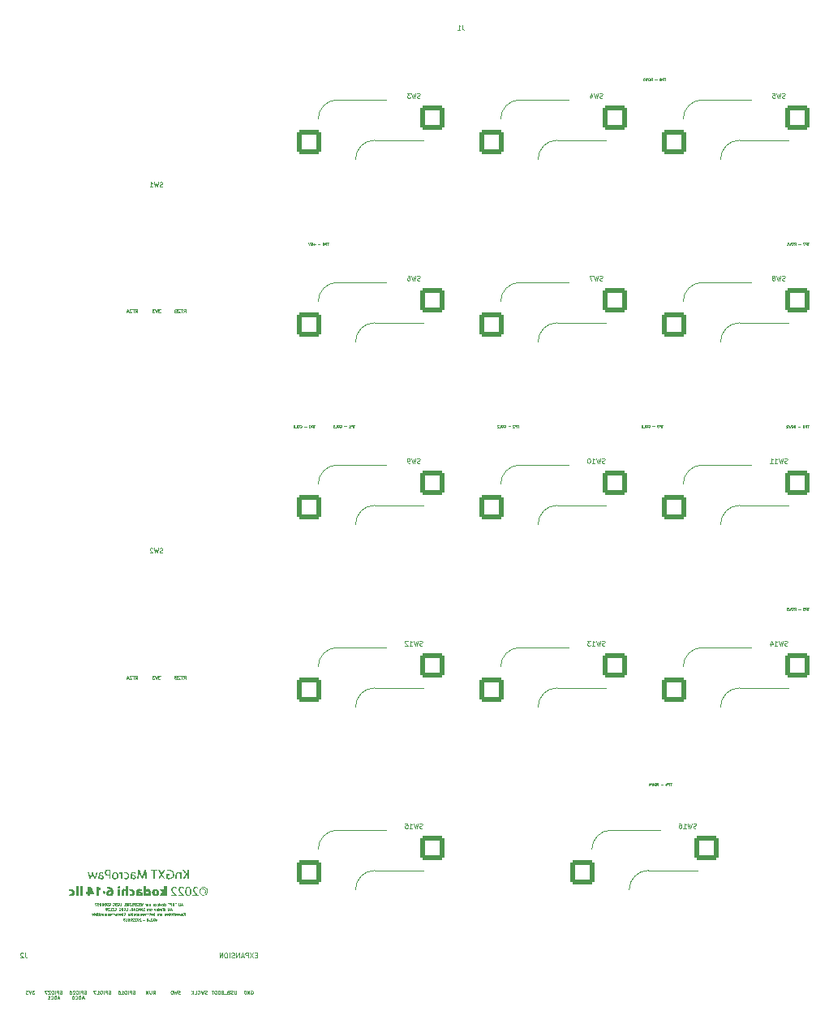
<source format=gbr>
G04 #@! TF.GenerationSoftware,KiCad,Pcbnew,(6.0.7-1)-1*
G04 #@! TF.CreationDate,2022-08-13T20:31:23-04:00*
G04 #@! TF.ProjectId,KnGXT,4b6e4758-542e-46b6-9963-61645f706362,rev?*
G04 #@! TF.SameCoordinates,Original*
G04 #@! TF.FileFunction,Legend,Bot*
G04 #@! TF.FilePolarity,Positive*
%FSLAX46Y46*%
G04 Gerber Fmt 4.6, Leading zero omitted, Abs format (unit mm)*
G04 Created by KiCad (PCBNEW (6.0.7-1)-1) date 2022-08-13 20:31:23*
%MOMM*%
%LPD*%
G01*
G04 APERTURE LIST*
G04 Aperture macros list*
%AMRoundRect*
0 Rectangle with rounded corners*
0 $1 Rounding radius*
0 $2 $3 $4 $5 $6 $7 $8 $9 X,Y pos of 4 corners*
0 Add a 4 corners polygon primitive as box body*
4,1,4,$2,$3,$4,$5,$6,$7,$8,$9,$2,$3,0*
0 Add four circle primitives for the rounded corners*
1,1,$1+$1,$2,$3*
1,1,$1+$1,$4,$5*
1,1,$1+$1,$6,$7*
1,1,$1+$1,$8,$9*
0 Add four rect primitives between the rounded corners*
20,1,$1+$1,$2,$3,$4,$5,0*
20,1,$1+$1,$4,$5,$6,$7,0*
20,1,$1+$1,$6,$7,$8,$9,0*
20,1,$1+$1,$8,$9,$2,$3,0*%
G04 Aperture macros list end*
%ADD10C,0.080000*%
%ADD11C,0.062500*%
%ADD12C,0.125000*%
%ADD13C,0.060000*%
%ADD14C,0.120000*%
%ADD15C,4.000000*%
%ADD16C,3.050000*%
%ADD17C,1.750000*%
%ADD18RoundRect,0.250000X-1.025000X-1.000000X1.025000X-1.000000X1.025000X1.000000X-1.025000X1.000000X0*%
%ADD19C,2.000000*%
%ADD20R,1.700000X1.700000*%
%ADD21O,1.700000X1.700000*%
%ADD22C,0.600000*%
%ADD23O,0.900000X1.700000*%
%ADD24O,0.900000X2.000000*%
%ADD25R,2.000000X2.000000*%
%ADD26R,2.500000X3.000000*%
G04 APERTURE END LIST*
D10*
X33383333Y-126325000D02*
X33416666Y-126308333D01*
X33466666Y-126308333D01*
X33516666Y-126325000D01*
X33550000Y-126358333D01*
X33566666Y-126391666D01*
X33583333Y-126458333D01*
X33583333Y-126508333D01*
X33566666Y-126575000D01*
X33550000Y-126608333D01*
X33516666Y-126641666D01*
X33466666Y-126658333D01*
X33433333Y-126658333D01*
X33383333Y-126641666D01*
X33366666Y-126625000D01*
X33366666Y-126508333D01*
X33433333Y-126508333D01*
X33216666Y-126658333D02*
X33216666Y-126308333D01*
X33083333Y-126308333D01*
X33050000Y-126325000D01*
X33033333Y-126341666D01*
X33016666Y-126375000D01*
X33016666Y-126425000D01*
X33033333Y-126458333D01*
X33050000Y-126475000D01*
X33083333Y-126491666D01*
X33216666Y-126491666D01*
X32866666Y-126658333D02*
X32866666Y-126308333D01*
X32633333Y-126308333D02*
X32566666Y-126308333D01*
X32533333Y-126325000D01*
X32500000Y-126358333D01*
X32483333Y-126425000D01*
X32483333Y-126541666D01*
X32500000Y-126608333D01*
X32533333Y-126641666D01*
X32566666Y-126658333D01*
X32633333Y-126658333D01*
X32666666Y-126641666D01*
X32700000Y-126608333D01*
X32716666Y-126541666D01*
X32716666Y-126425000D01*
X32700000Y-126358333D01*
X32666666Y-126325000D01*
X32633333Y-126308333D01*
X32150000Y-126658333D02*
X32350000Y-126658333D01*
X32250000Y-126658333D02*
X32250000Y-126308333D01*
X32283333Y-126358333D01*
X32316666Y-126391666D01*
X32350000Y-126408333D01*
X31850000Y-126308333D02*
X31916666Y-126308333D01*
X31950000Y-126325000D01*
X31966666Y-126341666D01*
X32000000Y-126391666D01*
X32016666Y-126458333D01*
X32016666Y-126591666D01*
X32000000Y-126625000D01*
X31983333Y-126641666D01*
X31950000Y-126658333D01*
X31883333Y-126658333D01*
X31850000Y-126641666D01*
X31833333Y-126625000D01*
X31816666Y-126591666D01*
X31816666Y-126508333D01*
X31833333Y-126475000D01*
X31850000Y-126458333D01*
X31883333Y-126441666D01*
X31950000Y-126441666D01*
X31983333Y-126458333D01*
X32000000Y-126475000D01*
X32016666Y-126508333D01*
D11*
X38500994Y-117341666D02*
X38381946Y-117341666D01*
X38524803Y-117413095D02*
X38441470Y-117163095D01*
X38358136Y-117413095D01*
X38239089Y-117413095D02*
X38262898Y-117401190D01*
X38274803Y-117377380D01*
X38274803Y-117163095D01*
X38108136Y-117413095D02*
X38131946Y-117401190D01*
X38143851Y-117377380D01*
X38143851Y-117163095D01*
X37834327Y-117163095D02*
X37834327Y-117210714D01*
X37739089Y-117163095D02*
X37739089Y-117210714D01*
X37631946Y-117413095D02*
X37631946Y-117163095D01*
X37489089Y-117413095D01*
X37489089Y-117163095D01*
X37370041Y-117413095D02*
X37370041Y-117163095D01*
X37274803Y-117163095D01*
X37250994Y-117175000D01*
X37239089Y-117186904D01*
X37227184Y-117210714D01*
X37227184Y-117246428D01*
X37239089Y-117270238D01*
X37250994Y-117282142D01*
X37274803Y-117294047D01*
X37370041Y-117294047D01*
X37131946Y-117163095D02*
X37131946Y-117210714D01*
X37036708Y-117163095D02*
X37036708Y-117210714D01*
X36631946Y-117413095D02*
X36631946Y-117163095D01*
X36631946Y-117401190D02*
X36655755Y-117413095D01*
X36703375Y-117413095D01*
X36727184Y-117401190D01*
X36739089Y-117389285D01*
X36750994Y-117365476D01*
X36750994Y-117294047D01*
X36739089Y-117270238D01*
X36727184Y-117258333D01*
X36703375Y-117246428D01*
X36655755Y-117246428D01*
X36631946Y-117258333D01*
X36417660Y-117401190D02*
X36441470Y-117413095D01*
X36489089Y-117413095D01*
X36512898Y-117401190D01*
X36524803Y-117377380D01*
X36524803Y-117282142D01*
X36512898Y-117258333D01*
X36489089Y-117246428D01*
X36441470Y-117246428D01*
X36417660Y-117258333D01*
X36405755Y-117282142D01*
X36405755Y-117305952D01*
X36524803Y-117329761D01*
X36322422Y-117246428D02*
X36262898Y-117413095D01*
X36203375Y-117246428D01*
X36108136Y-117413095D02*
X36108136Y-117246428D01*
X36108136Y-117163095D02*
X36120041Y-117175000D01*
X36108136Y-117186904D01*
X36096232Y-117175000D01*
X36108136Y-117163095D01*
X36108136Y-117186904D01*
X35881946Y-117401190D02*
X35905755Y-117413095D01*
X35953375Y-117413095D01*
X35977184Y-117401190D01*
X35989089Y-117389285D01*
X36000994Y-117365476D01*
X36000994Y-117294047D01*
X35989089Y-117270238D01*
X35977184Y-117258333D01*
X35953375Y-117246428D01*
X35905755Y-117246428D01*
X35881946Y-117258333D01*
X35679565Y-117401190D02*
X35703375Y-117413095D01*
X35750994Y-117413095D01*
X35774803Y-117401190D01*
X35786708Y-117377380D01*
X35786708Y-117282142D01*
X35774803Y-117258333D01*
X35750994Y-117246428D01*
X35703375Y-117246428D01*
X35679565Y-117258333D01*
X35667660Y-117282142D01*
X35667660Y-117305952D01*
X35786708Y-117329761D01*
X35572422Y-117401190D02*
X35548613Y-117413095D01*
X35500994Y-117413095D01*
X35477184Y-117401190D01*
X35465279Y-117377380D01*
X35465279Y-117365476D01*
X35477184Y-117341666D01*
X35500994Y-117329761D01*
X35536708Y-117329761D01*
X35560517Y-117317857D01*
X35572422Y-117294047D01*
X35572422Y-117282142D01*
X35560517Y-117258333D01*
X35536708Y-117246428D01*
X35500994Y-117246428D01*
X35477184Y-117258333D01*
X35060517Y-117413095D02*
X35060517Y-117282142D01*
X35072422Y-117258333D01*
X35096232Y-117246428D01*
X35143851Y-117246428D01*
X35167660Y-117258333D01*
X35060517Y-117401190D02*
X35084327Y-117413095D01*
X35143851Y-117413095D01*
X35167660Y-117401190D01*
X35179565Y-117377380D01*
X35179565Y-117353571D01*
X35167660Y-117329761D01*
X35143851Y-117317857D01*
X35084327Y-117317857D01*
X35060517Y-117305952D01*
X34941470Y-117413095D02*
X34941470Y-117246428D01*
X34941470Y-117294047D02*
X34929565Y-117270238D01*
X34917660Y-117258333D01*
X34893851Y-117246428D01*
X34870041Y-117246428D01*
X34691470Y-117401190D02*
X34715279Y-117413095D01*
X34762898Y-117413095D01*
X34786708Y-117401190D01*
X34798613Y-117377380D01*
X34798613Y-117282142D01*
X34786708Y-117258333D01*
X34762898Y-117246428D01*
X34715279Y-117246428D01*
X34691470Y-117258333D01*
X34679565Y-117282142D01*
X34679565Y-117305952D01*
X34798613Y-117329761D01*
X34405755Y-117163095D02*
X34346232Y-117413095D01*
X34298613Y-117234523D01*
X34250994Y-117413095D01*
X34191470Y-117163095D01*
X34108136Y-117401190D02*
X34072422Y-117413095D01*
X34012898Y-117413095D01*
X33989089Y-117401190D01*
X33977184Y-117389285D01*
X33965279Y-117365476D01*
X33965279Y-117341666D01*
X33977184Y-117317857D01*
X33989089Y-117305952D01*
X34012898Y-117294047D01*
X34060517Y-117282142D01*
X34084327Y-117270238D01*
X34096232Y-117258333D01*
X34108136Y-117234523D01*
X34108136Y-117210714D01*
X34096232Y-117186904D01*
X34084327Y-117175000D01*
X34060517Y-117163095D01*
X34000994Y-117163095D01*
X33965279Y-117175000D01*
X33870041Y-117186904D02*
X33858136Y-117175000D01*
X33834327Y-117163095D01*
X33774803Y-117163095D01*
X33750994Y-117175000D01*
X33739089Y-117186904D01*
X33727184Y-117210714D01*
X33727184Y-117234523D01*
X33739089Y-117270238D01*
X33881946Y-117413095D01*
X33727184Y-117413095D01*
X33584327Y-117270238D02*
X33608136Y-117258333D01*
X33620041Y-117246428D01*
X33631946Y-117222619D01*
X33631946Y-117210714D01*
X33620041Y-117186904D01*
X33608136Y-117175000D01*
X33584327Y-117163095D01*
X33536708Y-117163095D01*
X33512898Y-117175000D01*
X33500994Y-117186904D01*
X33489089Y-117210714D01*
X33489089Y-117222619D01*
X33500994Y-117246428D01*
X33512898Y-117258333D01*
X33536708Y-117270238D01*
X33584327Y-117270238D01*
X33608136Y-117282142D01*
X33620041Y-117294047D01*
X33631946Y-117317857D01*
X33631946Y-117365476D01*
X33620041Y-117389285D01*
X33608136Y-117401190D01*
X33584327Y-117413095D01*
X33536708Y-117413095D01*
X33512898Y-117401190D01*
X33500994Y-117389285D01*
X33489089Y-117365476D01*
X33489089Y-117317857D01*
X33500994Y-117294047D01*
X33512898Y-117282142D01*
X33536708Y-117270238D01*
X33250994Y-117413095D02*
X33393851Y-117413095D01*
X33322422Y-117413095D02*
X33322422Y-117163095D01*
X33346232Y-117198809D01*
X33370041Y-117222619D01*
X33393851Y-117234523D01*
X33155755Y-117186904D02*
X33143851Y-117175000D01*
X33120041Y-117163095D01*
X33060517Y-117163095D01*
X33036708Y-117175000D01*
X33024803Y-117186904D01*
X33012898Y-117210714D01*
X33012898Y-117234523D01*
X33024803Y-117270238D01*
X33167660Y-117413095D01*
X33012898Y-117413095D01*
X32870041Y-117270238D02*
X32893851Y-117258333D01*
X32905755Y-117246428D01*
X32917660Y-117222619D01*
X32917660Y-117210714D01*
X32905755Y-117186904D01*
X32893851Y-117175000D01*
X32870041Y-117163095D01*
X32822422Y-117163095D01*
X32798613Y-117175000D01*
X32786708Y-117186904D01*
X32774803Y-117210714D01*
X32774803Y-117222619D01*
X32786708Y-117246428D01*
X32798613Y-117258333D01*
X32822422Y-117270238D01*
X32870041Y-117270238D01*
X32893851Y-117282142D01*
X32905755Y-117294047D01*
X32917660Y-117317857D01*
X32917660Y-117365476D01*
X32905755Y-117389285D01*
X32893851Y-117401190D01*
X32870041Y-117413095D01*
X32822422Y-117413095D01*
X32798613Y-117401190D01*
X32786708Y-117389285D01*
X32774803Y-117365476D01*
X32774803Y-117317857D01*
X32786708Y-117294047D01*
X32798613Y-117282142D01*
X32822422Y-117270238D01*
X32584327Y-117282142D02*
X32548613Y-117294047D01*
X32536708Y-117305952D01*
X32524803Y-117329761D01*
X32524803Y-117365476D01*
X32536708Y-117389285D01*
X32548613Y-117401190D01*
X32572422Y-117413095D01*
X32667660Y-117413095D01*
X32667660Y-117163095D01*
X32584327Y-117163095D01*
X32560517Y-117175000D01*
X32548613Y-117186904D01*
X32536708Y-117210714D01*
X32536708Y-117234523D01*
X32548613Y-117258333D01*
X32560517Y-117270238D01*
X32584327Y-117282142D01*
X32667660Y-117282142D01*
X32405755Y-117401190D02*
X32405755Y-117413095D01*
X32417660Y-117436904D01*
X32429565Y-117448809D01*
X31989089Y-117413095D02*
X32108136Y-117413095D01*
X32108136Y-117163095D01*
X31762898Y-117389285D02*
X31774803Y-117401190D01*
X31810517Y-117413095D01*
X31834327Y-117413095D01*
X31870041Y-117401190D01*
X31893851Y-117377380D01*
X31905755Y-117353571D01*
X31917660Y-117305952D01*
X31917660Y-117270238D01*
X31905755Y-117222619D01*
X31893851Y-117198809D01*
X31870041Y-117175000D01*
X31834327Y-117163095D01*
X31810517Y-117163095D01*
X31774803Y-117175000D01*
X31762898Y-117186904D01*
X31667660Y-117401190D02*
X31631946Y-117413095D01*
X31572422Y-117413095D01*
X31548613Y-117401190D01*
X31536708Y-117389285D01*
X31524803Y-117365476D01*
X31524803Y-117341666D01*
X31536708Y-117317857D01*
X31548613Y-117305952D01*
X31572422Y-117294047D01*
X31620041Y-117282142D01*
X31643851Y-117270238D01*
X31655755Y-117258333D01*
X31667660Y-117234523D01*
X31667660Y-117210714D01*
X31655755Y-117186904D01*
X31643851Y-117175000D01*
X31620041Y-117163095D01*
X31560517Y-117163095D01*
X31524803Y-117175000D01*
X31274803Y-117389285D02*
X31286708Y-117401190D01*
X31322422Y-117413095D01*
X31346232Y-117413095D01*
X31381946Y-117401190D01*
X31405755Y-117377380D01*
X31417660Y-117353571D01*
X31429565Y-117305952D01*
X31429565Y-117270238D01*
X31417660Y-117222619D01*
X31405755Y-117198809D01*
X31381946Y-117175000D01*
X31346232Y-117163095D01*
X31322422Y-117163095D01*
X31286708Y-117175000D01*
X31274803Y-117186904D01*
X30834327Y-117389285D02*
X30846232Y-117401190D01*
X30881946Y-117413095D01*
X30905755Y-117413095D01*
X30941470Y-117401190D01*
X30965279Y-117377380D01*
X30977184Y-117353571D01*
X30989089Y-117305952D01*
X30989089Y-117270238D01*
X30977184Y-117222619D01*
X30965279Y-117198809D01*
X30941470Y-117175000D01*
X30905755Y-117163095D01*
X30881946Y-117163095D01*
X30846232Y-117175000D01*
X30834327Y-117186904D01*
X30715279Y-117413095D02*
X30667660Y-117413095D01*
X30643851Y-117401190D01*
X30631946Y-117389285D01*
X30608136Y-117353571D01*
X30596232Y-117305952D01*
X30596232Y-117210714D01*
X30608136Y-117186904D01*
X30620041Y-117175000D01*
X30643851Y-117163095D01*
X30691470Y-117163095D01*
X30715279Y-117175000D01*
X30727184Y-117186904D01*
X30739089Y-117210714D01*
X30739089Y-117270238D01*
X30727184Y-117294047D01*
X30715279Y-117305952D01*
X30691470Y-117317857D01*
X30643851Y-117317857D01*
X30620041Y-117305952D01*
X30608136Y-117294047D01*
X30596232Y-117270238D01*
X30381946Y-117163095D02*
X30429565Y-117163095D01*
X30453375Y-117175000D01*
X30465279Y-117186904D01*
X30489089Y-117222619D01*
X30500994Y-117270238D01*
X30500994Y-117365476D01*
X30489089Y-117389285D01*
X30477184Y-117401190D01*
X30453375Y-117413095D01*
X30405755Y-117413095D01*
X30381946Y-117401190D01*
X30370041Y-117389285D01*
X30358136Y-117365476D01*
X30358136Y-117305952D01*
X30370041Y-117282142D01*
X30381946Y-117270238D01*
X30405755Y-117258333D01*
X30453375Y-117258333D01*
X30477184Y-117270238D01*
X30489089Y-117282142D01*
X30500994Y-117305952D01*
X30131946Y-117163095D02*
X30250994Y-117163095D01*
X30262898Y-117282142D01*
X30250994Y-117270238D01*
X30227184Y-117258333D01*
X30167660Y-117258333D01*
X30143851Y-117270238D01*
X30131946Y-117282142D01*
X30120041Y-117305952D01*
X30120041Y-117365476D01*
X30131946Y-117389285D01*
X30143851Y-117401190D01*
X30167660Y-117413095D01*
X30227184Y-117413095D01*
X30250994Y-117401190D01*
X30262898Y-117389285D01*
X29893851Y-117163095D02*
X30012898Y-117163095D01*
X30024803Y-117282142D01*
X30012898Y-117270238D01*
X29989089Y-117258333D01*
X29929565Y-117258333D01*
X29905755Y-117270238D01*
X29893851Y-117282142D01*
X29881946Y-117305952D01*
X29881946Y-117365476D01*
X29893851Y-117389285D01*
X29905755Y-117401190D01*
X29929565Y-117413095D01*
X29989089Y-117413095D01*
X30012898Y-117401190D01*
X30024803Y-117389285D01*
X29655755Y-117163095D02*
X29774803Y-117163095D01*
X29786708Y-117282142D01*
X29774803Y-117270238D01*
X29750994Y-117258333D01*
X29691470Y-117258333D01*
X29667660Y-117270238D01*
X29655755Y-117282142D01*
X29643851Y-117305952D01*
X29643851Y-117365476D01*
X29655755Y-117389285D01*
X29667660Y-117401190D01*
X29691470Y-117413095D01*
X29750994Y-117413095D01*
X29774803Y-117401190D01*
X29786708Y-117389285D01*
X29560517Y-117163095D02*
X29393851Y-117163095D01*
X29500994Y-117413095D01*
D10*
X33634466Y-55567733D02*
X33751133Y-55401066D01*
X33834466Y-55567733D02*
X33834466Y-55217733D01*
X33701133Y-55217733D01*
X33667800Y-55234400D01*
X33651133Y-55251066D01*
X33634466Y-55284400D01*
X33634466Y-55334400D01*
X33651133Y-55367733D01*
X33667800Y-55384400D01*
X33701133Y-55401066D01*
X33834466Y-55401066D01*
X33534466Y-55217733D02*
X33334466Y-55217733D01*
X33434466Y-55567733D02*
X33434466Y-55217733D01*
X33234466Y-55251066D02*
X33217800Y-55234400D01*
X33184466Y-55217733D01*
X33101133Y-55217733D01*
X33067800Y-55234400D01*
X33051133Y-55251066D01*
X33034466Y-55284400D01*
X33034466Y-55317733D01*
X33051133Y-55367733D01*
X33251133Y-55567733D01*
X33034466Y-55567733D01*
X32901133Y-55467733D02*
X32734466Y-55467733D01*
X32934466Y-55567733D02*
X32817800Y-55217733D01*
X32701133Y-55567733D01*
X36226133Y-93442733D02*
X36009466Y-93442733D01*
X36126133Y-93576066D01*
X36076133Y-93576066D01*
X36042800Y-93592733D01*
X36026133Y-93609400D01*
X36009466Y-93642733D01*
X36009466Y-93726066D01*
X36026133Y-93759400D01*
X36042800Y-93776066D01*
X36076133Y-93792733D01*
X36176133Y-93792733D01*
X36209466Y-93776066D01*
X36226133Y-93759400D01*
X35909466Y-93442733D02*
X35792800Y-93792733D01*
X35676133Y-93442733D01*
X35592800Y-93442733D02*
X35376133Y-93442733D01*
X35492800Y-93576066D01*
X35442800Y-93576066D01*
X35409466Y-93592733D01*
X35392800Y-93609400D01*
X35376133Y-93642733D01*
X35376133Y-93726066D01*
X35392800Y-93759400D01*
X35409466Y-93776066D01*
X35442800Y-93792733D01*
X35542800Y-93792733D01*
X35576133Y-93776066D01*
X35592800Y-93759400D01*
X36226133Y-55217733D02*
X36009466Y-55217733D01*
X36126133Y-55351066D01*
X36076133Y-55351066D01*
X36042800Y-55367733D01*
X36026133Y-55384400D01*
X36009466Y-55417733D01*
X36009466Y-55501066D01*
X36026133Y-55534400D01*
X36042800Y-55551066D01*
X36076133Y-55567733D01*
X36176133Y-55567733D01*
X36209466Y-55551066D01*
X36226133Y-55534400D01*
X35909466Y-55217733D02*
X35792800Y-55567733D01*
X35676133Y-55217733D01*
X35592800Y-55217733D02*
X35376133Y-55217733D01*
X35492800Y-55351066D01*
X35442800Y-55351066D01*
X35409466Y-55367733D01*
X35392800Y-55384400D01*
X35376133Y-55417733D01*
X35376133Y-55501066D01*
X35392800Y-55534400D01*
X35409466Y-55551066D01*
X35442800Y-55567733D01*
X35542800Y-55567733D01*
X35576133Y-55551066D01*
X35592800Y-55534400D01*
D11*
X38798613Y-118413095D02*
X38798613Y-118163095D01*
X38655755Y-118413095D02*
X38762898Y-118270238D01*
X38655755Y-118163095D02*
X38798613Y-118305952D01*
X38453375Y-118401190D02*
X38477184Y-118413095D01*
X38524803Y-118413095D01*
X38548613Y-118401190D01*
X38560517Y-118377380D01*
X38560517Y-118282142D01*
X38548613Y-118258333D01*
X38524803Y-118246428D01*
X38477184Y-118246428D01*
X38453375Y-118258333D01*
X38441470Y-118282142D01*
X38441470Y-118305952D01*
X38560517Y-118329761D01*
X38358136Y-118246428D02*
X38298613Y-118413095D01*
X38239089Y-118246428D02*
X38298613Y-118413095D01*
X38322422Y-118472619D01*
X38334327Y-118484523D01*
X38358136Y-118496428D01*
X38155755Y-118401190D02*
X38131946Y-118413095D01*
X38084327Y-118413095D01*
X38060517Y-118401190D01*
X38048613Y-118377380D01*
X38048613Y-118365476D01*
X38060517Y-118341666D01*
X38084327Y-118329761D01*
X38120041Y-118329761D01*
X38143851Y-118317857D01*
X38155755Y-118294047D01*
X38155755Y-118282142D01*
X38143851Y-118258333D01*
X38120041Y-118246428D01*
X38084327Y-118246428D01*
X38060517Y-118258333D01*
X37965279Y-118246428D02*
X37917660Y-118413095D01*
X37870041Y-118294047D01*
X37822422Y-118413095D01*
X37774803Y-118246428D01*
X37679565Y-118413095D02*
X37679565Y-118246428D01*
X37679565Y-118163095D02*
X37691470Y-118175000D01*
X37679565Y-118186904D01*
X37667660Y-118175000D01*
X37679565Y-118163095D01*
X37679565Y-118186904D01*
X37596232Y-118246428D02*
X37500994Y-118246428D01*
X37560517Y-118163095D02*
X37560517Y-118377380D01*
X37548613Y-118401190D01*
X37524803Y-118413095D01*
X37500994Y-118413095D01*
X37310517Y-118401190D02*
X37334327Y-118413095D01*
X37381946Y-118413095D01*
X37405755Y-118401190D01*
X37417660Y-118389285D01*
X37429565Y-118365476D01*
X37429565Y-118294047D01*
X37417660Y-118270238D01*
X37405755Y-118258333D01*
X37381946Y-118246428D01*
X37334327Y-118246428D01*
X37310517Y-118258333D01*
X37203375Y-118413095D02*
X37203375Y-118163095D01*
X37096232Y-118413095D02*
X37096232Y-118282142D01*
X37108136Y-118258333D01*
X37131946Y-118246428D01*
X37167660Y-118246428D01*
X37191470Y-118258333D01*
X37203375Y-118270238D01*
X36881946Y-118401190D02*
X36905755Y-118413095D01*
X36953375Y-118413095D01*
X36977184Y-118401190D01*
X36989089Y-118377380D01*
X36989089Y-118282142D01*
X36977184Y-118258333D01*
X36953375Y-118246428D01*
X36905755Y-118246428D01*
X36881946Y-118258333D01*
X36870041Y-118282142D01*
X36870041Y-118305952D01*
X36989089Y-118329761D01*
X36774803Y-118401190D02*
X36750994Y-118413095D01*
X36703375Y-118413095D01*
X36679565Y-118401190D01*
X36667660Y-118377380D01*
X36667660Y-118365476D01*
X36679565Y-118341666D01*
X36703375Y-118329761D01*
X36739089Y-118329761D01*
X36762898Y-118317857D01*
X36774803Y-118294047D01*
X36774803Y-118282142D01*
X36762898Y-118258333D01*
X36739089Y-118246428D01*
X36703375Y-118246428D01*
X36679565Y-118258333D01*
X36262898Y-118413095D02*
X36262898Y-118282142D01*
X36274803Y-118258333D01*
X36298613Y-118246428D01*
X36346232Y-118246428D01*
X36370041Y-118258333D01*
X36262898Y-118401190D02*
X36286708Y-118413095D01*
X36346232Y-118413095D01*
X36370041Y-118401190D01*
X36381946Y-118377380D01*
X36381946Y-118353571D01*
X36370041Y-118329761D01*
X36346232Y-118317857D01*
X36286708Y-118317857D01*
X36262898Y-118305952D01*
X36143851Y-118413095D02*
X36143851Y-118246428D01*
X36143851Y-118294047D02*
X36131946Y-118270238D01*
X36120041Y-118258333D01*
X36096232Y-118246428D01*
X36072422Y-118246428D01*
X35893851Y-118401190D02*
X35917660Y-118413095D01*
X35965279Y-118413095D01*
X35989089Y-118401190D01*
X36000994Y-118377380D01*
X36000994Y-118282142D01*
X35989089Y-118258333D01*
X35965279Y-118246428D01*
X35917660Y-118246428D01*
X35893851Y-118258333D01*
X35881946Y-118282142D01*
X35881946Y-118305952D01*
X36000994Y-118329761D01*
X35584327Y-118413095D02*
X35584327Y-118163095D01*
X35477184Y-118413095D02*
X35477184Y-118282142D01*
X35489089Y-118258333D01*
X35512898Y-118246428D01*
X35548613Y-118246428D01*
X35572422Y-118258333D01*
X35584327Y-118270238D01*
X35322422Y-118413095D02*
X35346232Y-118401190D01*
X35358136Y-118389285D01*
X35370041Y-118365476D01*
X35370041Y-118294047D01*
X35358136Y-118270238D01*
X35346232Y-118258333D01*
X35322422Y-118246428D01*
X35286708Y-118246428D01*
X35262898Y-118258333D01*
X35250994Y-118270238D01*
X35239089Y-118294047D01*
X35239089Y-118365476D01*
X35250994Y-118389285D01*
X35262898Y-118401190D01*
X35286708Y-118413095D01*
X35322422Y-118413095D01*
X35167660Y-118246428D02*
X35072422Y-118246428D01*
X35131946Y-118163095D02*
X35131946Y-118377380D01*
X35120041Y-118401190D01*
X35096232Y-118413095D01*
X35072422Y-118413095D01*
X34989089Y-118317857D02*
X34798613Y-118317857D01*
X34691470Y-118401190D02*
X34667660Y-118413095D01*
X34620041Y-118413095D01*
X34596232Y-118401190D01*
X34584327Y-118377380D01*
X34584327Y-118365476D01*
X34596232Y-118341666D01*
X34620041Y-118329761D01*
X34655755Y-118329761D01*
X34679565Y-118317857D01*
X34691470Y-118294047D01*
X34691470Y-118282142D01*
X34679565Y-118258333D01*
X34655755Y-118246428D01*
X34620041Y-118246428D01*
X34596232Y-118258333D01*
X34500994Y-118246428D02*
X34453375Y-118413095D01*
X34405755Y-118294047D01*
X34358136Y-118413095D01*
X34310517Y-118246428D01*
X34108136Y-118413095D02*
X34108136Y-118282142D01*
X34120041Y-118258333D01*
X34143851Y-118246428D01*
X34191470Y-118246428D01*
X34215279Y-118258333D01*
X34108136Y-118401190D02*
X34131946Y-118413095D01*
X34191470Y-118413095D01*
X34215279Y-118401190D01*
X34227184Y-118377380D01*
X34227184Y-118353571D01*
X34215279Y-118329761D01*
X34191470Y-118317857D01*
X34131946Y-118317857D01*
X34108136Y-118305952D01*
X33989089Y-118246428D02*
X33989089Y-118496428D01*
X33989089Y-118258333D02*
X33965279Y-118246428D01*
X33917660Y-118246428D01*
X33893851Y-118258333D01*
X33881946Y-118270238D01*
X33870041Y-118294047D01*
X33870041Y-118365476D01*
X33881946Y-118389285D01*
X33893851Y-118401190D01*
X33917660Y-118413095D01*
X33965279Y-118413095D01*
X33989089Y-118401190D01*
X33762898Y-118246428D02*
X33762898Y-118496428D01*
X33762898Y-118258333D02*
X33739089Y-118246428D01*
X33691470Y-118246428D01*
X33667660Y-118258333D01*
X33655755Y-118270238D01*
X33643851Y-118294047D01*
X33643851Y-118365476D01*
X33655755Y-118389285D01*
X33667660Y-118401190D01*
X33691470Y-118413095D01*
X33739089Y-118413095D01*
X33762898Y-118401190D01*
X33429565Y-118413095D02*
X33429565Y-118282142D01*
X33441470Y-118258333D01*
X33465279Y-118246428D01*
X33512898Y-118246428D01*
X33536708Y-118258333D01*
X33429565Y-118401190D02*
X33453375Y-118413095D01*
X33512898Y-118413095D01*
X33536708Y-118401190D01*
X33548613Y-118377380D01*
X33548613Y-118353571D01*
X33536708Y-118329761D01*
X33512898Y-118317857D01*
X33453375Y-118317857D01*
X33429565Y-118305952D01*
X33310517Y-118413095D02*
X33310517Y-118163095D01*
X33310517Y-118258333D02*
X33286708Y-118246428D01*
X33239089Y-118246428D01*
X33215279Y-118258333D01*
X33203375Y-118270238D01*
X33191470Y-118294047D01*
X33191470Y-118365476D01*
X33203375Y-118389285D01*
X33215279Y-118401190D01*
X33239089Y-118413095D01*
X33286708Y-118413095D01*
X33310517Y-118401190D01*
X33048613Y-118413095D02*
X33072422Y-118401190D01*
X33084327Y-118377380D01*
X33084327Y-118163095D01*
X32858136Y-118401190D02*
X32881946Y-118413095D01*
X32929565Y-118413095D01*
X32953375Y-118401190D01*
X32965279Y-118377380D01*
X32965279Y-118282142D01*
X32953375Y-118258333D01*
X32929565Y-118246428D01*
X32881946Y-118246428D01*
X32858136Y-118258333D01*
X32846232Y-118282142D01*
X32846232Y-118305952D01*
X32965279Y-118329761D01*
X32405755Y-118389285D02*
X32417660Y-118401190D01*
X32453375Y-118413095D01*
X32477184Y-118413095D01*
X32512898Y-118401190D01*
X32536708Y-118377380D01*
X32548613Y-118353571D01*
X32560517Y-118305952D01*
X32560517Y-118270238D01*
X32548613Y-118222619D01*
X32536708Y-118198809D01*
X32512898Y-118175000D01*
X32477184Y-118163095D01*
X32453375Y-118163095D01*
X32417660Y-118175000D01*
X32405755Y-118186904D01*
X32298613Y-118413095D02*
X32298613Y-118163095D01*
X32191470Y-118413095D02*
X32191470Y-118282142D01*
X32203375Y-118258333D01*
X32227184Y-118246428D01*
X32262898Y-118246428D01*
X32286708Y-118258333D01*
X32298613Y-118270238D01*
X31977184Y-118401190D02*
X32000994Y-118413095D01*
X32048613Y-118413095D01*
X32072422Y-118401190D01*
X32084327Y-118377380D01*
X32084327Y-118282142D01*
X32072422Y-118258333D01*
X32048613Y-118246428D01*
X32000994Y-118246428D01*
X31977184Y-118258333D01*
X31965279Y-118282142D01*
X31965279Y-118305952D01*
X32084327Y-118329761D01*
X31858136Y-118413095D02*
X31858136Y-118246428D01*
X31858136Y-118294047D02*
X31846232Y-118270238D01*
X31834327Y-118258333D01*
X31810517Y-118246428D01*
X31786708Y-118246428D01*
X31703375Y-118413095D02*
X31703375Y-118246428D01*
X31703375Y-118294047D02*
X31691470Y-118270238D01*
X31679565Y-118258333D01*
X31655755Y-118246428D01*
X31631946Y-118246428D01*
X31572422Y-118246428D02*
X31512898Y-118413095D01*
X31453375Y-118246428D02*
X31512898Y-118413095D01*
X31536708Y-118472619D01*
X31548613Y-118484523D01*
X31572422Y-118496428D01*
X31358136Y-118317857D02*
X31167660Y-118317857D01*
X30941470Y-118401190D02*
X30965279Y-118413095D01*
X31012898Y-118413095D01*
X31036708Y-118401190D01*
X31048613Y-118389285D01*
X31060517Y-118365476D01*
X31060517Y-118294047D01*
X31048613Y-118270238D01*
X31036708Y-118258333D01*
X31012898Y-118246428D01*
X30965279Y-118246428D01*
X30941470Y-118258333D01*
X30798613Y-118413095D02*
X30822422Y-118401190D01*
X30834327Y-118389285D01*
X30846232Y-118365476D01*
X30846232Y-118294047D01*
X30834327Y-118270238D01*
X30822422Y-118258333D01*
X30798613Y-118246428D01*
X30762898Y-118246428D01*
X30739089Y-118258333D01*
X30727184Y-118270238D01*
X30715279Y-118294047D01*
X30715279Y-118365476D01*
X30727184Y-118389285D01*
X30739089Y-118401190D01*
X30762898Y-118413095D01*
X30798613Y-118413095D01*
X30608136Y-118413095D02*
X30608136Y-118246428D01*
X30608136Y-118270238D02*
X30596232Y-118258333D01*
X30572422Y-118246428D01*
X30536708Y-118246428D01*
X30512898Y-118258333D01*
X30500994Y-118282142D01*
X30500994Y-118413095D01*
X30500994Y-118282142D02*
X30489089Y-118258333D01*
X30465279Y-118246428D01*
X30429565Y-118246428D01*
X30405755Y-118258333D01*
X30393851Y-118282142D01*
X30393851Y-118413095D01*
X30274803Y-118246428D02*
X30274803Y-118496428D01*
X30274803Y-118258333D02*
X30250994Y-118246428D01*
X30203375Y-118246428D01*
X30179565Y-118258333D01*
X30167660Y-118270238D01*
X30155755Y-118294047D01*
X30155755Y-118365476D01*
X30167660Y-118389285D01*
X30179565Y-118401190D01*
X30203375Y-118413095D01*
X30250994Y-118413095D01*
X30274803Y-118401190D01*
X29941470Y-118413095D02*
X29941470Y-118282142D01*
X29953375Y-118258333D01*
X29977184Y-118246428D01*
X30024803Y-118246428D01*
X30048613Y-118258333D01*
X29941470Y-118401190D02*
X29965279Y-118413095D01*
X30024803Y-118413095D01*
X30048613Y-118401190D01*
X30060517Y-118377380D01*
X30060517Y-118353571D01*
X30048613Y-118329761D01*
X30024803Y-118317857D01*
X29965279Y-118317857D01*
X29941470Y-118305952D01*
X29858136Y-118246428D02*
X29762898Y-118246428D01*
X29822422Y-118163095D02*
X29822422Y-118377380D01*
X29810517Y-118401190D01*
X29786708Y-118413095D01*
X29762898Y-118413095D01*
X29679565Y-118413095D02*
X29679565Y-118246428D01*
X29679565Y-118163095D02*
X29691470Y-118175000D01*
X29679565Y-118186904D01*
X29667660Y-118175000D01*
X29679565Y-118163095D01*
X29679565Y-118186904D01*
X29560517Y-118413095D02*
X29560517Y-118163095D01*
X29560517Y-118258333D02*
X29536708Y-118246428D01*
X29489089Y-118246428D01*
X29465279Y-118258333D01*
X29453375Y-118270238D01*
X29441470Y-118294047D01*
X29441470Y-118365476D01*
X29453375Y-118389285D01*
X29465279Y-118401190D01*
X29489089Y-118413095D01*
X29536708Y-118413095D01*
X29560517Y-118401190D01*
X29298613Y-118413095D02*
X29322422Y-118401190D01*
X29334327Y-118377380D01*
X29334327Y-118163095D01*
X29108136Y-118401190D02*
X29131946Y-118413095D01*
X29179565Y-118413095D01*
X29203375Y-118401190D01*
X29215279Y-118377380D01*
X29215279Y-118282142D01*
X29203375Y-118258333D01*
X29179565Y-118246428D01*
X29131946Y-118246428D01*
X29108136Y-118258333D01*
X29096232Y-118282142D01*
X29096232Y-118305952D01*
X29215279Y-118329761D01*
X35850000Y-118846428D02*
X35790476Y-119013095D01*
X35730952Y-118846428D01*
X35588095Y-118763095D02*
X35564285Y-118763095D01*
X35540476Y-118775000D01*
X35528571Y-118786904D01*
X35516666Y-118810714D01*
X35504761Y-118858333D01*
X35504761Y-118917857D01*
X35516666Y-118965476D01*
X35528571Y-118989285D01*
X35540476Y-119001190D01*
X35564285Y-119013095D01*
X35588095Y-119013095D01*
X35611904Y-119001190D01*
X35623809Y-118989285D01*
X35635714Y-118965476D01*
X35647619Y-118917857D01*
X35647619Y-118858333D01*
X35635714Y-118810714D01*
X35623809Y-118786904D01*
X35611904Y-118775000D01*
X35588095Y-118763095D01*
X35397619Y-118989285D02*
X35385714Y-119001190D01*
X35397619Y-119013095D01*
X35409523Y-119001190D01*
X35397619Y-118989285D01*
X35397619Y-119013095D01*
X35147619Y-119013095D02*
X35290476Y-119013095D01*
X35219047Y-119013095D02*
X35219047Y-118763095D01*
X35242857Y-118798809D01*
X35266666Y-118822619D01*
X35290476Y-118834523D01*
X35040476Y-118989285D02*
X35028571Y-119001190D01*
X35040476Y-119013095D01*
X35052380Y-119001190D01*
X35040476Y-118989285D01*
X35040476Y-119013095D01*
X34873809Y-118763095D02*
X34850000Y-118763095D01*
X34826190Y-118775000D01*
X34814285Y-118786904D01*
X34802380Y-118810714D01*
X34790476Y-118858333D01*
X34790476Y-118917857D01*
X34802380Y-118965476D01*
X34814285Y-118989285D01*
X34826190Y-119001190D01*
X34850000Y-119013095D01*
X34873809Y-119013095D01*
X34897619Y-119001190D01*
X34909523Y-118989285D01*
X34921428Y-118965476D01*
X34933333Y-118917857D01*
X34933333Y-118858333D01*
X34921428Y-118810714D01*
X34909523Y-118786904D01*
X34897619Y-118775000D01*
X34873809Y-118763095D01*
X34433333Y-118929761D02*
X34528571Y-118929761D01*
X34171428Y-118786904D02*
X34159523Y-118775000D01*
X34135714Y-118763095D01*
X34076190Y-118763095D01*
X34052380Y-118775000D01*
X34040476Y-118786904D01*
X34028571Y-118810714D01*
X34028571Y-118834523D01*
X34040476Y-118870238D01*
X34183333Y-119013095D01*
X34028571Y-119013095D01*
X33873809Y-118763095D02*
X33850000Y-118763095D01*
X33826190Y-118775000D01*
X33814285Y-118786904D01*
X33802380Y-118810714D01*
X33790476Y-118858333D01*
X33790476Y-118917857D01*
X33802380Y-118965476D01*
X33814285Y-118989285D01*
X33826190Y-119001190D01*
X33850000Y-119013095D01*
X33873809Y-119013095D01*
X33897619Y-119001190D01*
X33909523Y-118989285D01*
X33921428Y-118965476D01*
X33933333Y-118917857D01*
X33933333Y-118858333D01*
X33921428Y-118810714D01*
X33909523Y-118786904D01*
X33897619Y-118775000D01*
X33873809Y-118763095D01*
X33695238Y-118786904D02*
X33683333Y-118775000D01*
X33659523Y-118763095D01*
X33600000Y-118763095D01*
X33576190Y-118775000D01*
X33564285Y-118786904D01*
X33552380Y-118810714D01*
X33552380Y-118834523D01*
X33564285Y-118870238D01*
X33707142Y-119013095D01*
X33552380Y-119013095D01*
X33457142Y-118786904D02*
X33445238Y-118775000D01*
X33421428Y-118763095D01*
X33361904Y-118763095D01*
X33338095Y-118775000D01*
X33326190Y-118786904D01*
X33314285Y-118810714D01*
X33314285Y-118834523D01*
X33326190Y-118870238D01*
X33469047Y-119013095D01*
X33314285Y-119013095D01*
X33159523Y-118763095D02*
X33135714Y-118763095D01*
X33111904Y-118775000D01*
X33100000Y-118786904D01*
X33088095Y-118810714D01*
X33076190Y-118858333D01*
X33076190Y-118917857D01*
X33088095Y-118965476D01*
X33100000Y-118989285D01*
X33111904Y-119001190D01*
X33135714Y-119013095D01*
X33159523Y-119013095D01*
X33183333Y-119001190D01*
X33195238Y-118989285D01*
X33207142Y-118965476D01*
X33219047Y-118917857D01*
X33219047Y-118858333D01*
X33207142Y-118810714D01*
X33195238Y-118786904D01*
X33183333Y-118775000D01*
X33159523Y-118763095D01*
X32933333Y-118870238D02*
X32957142Y-118858333D01*
X32969047Y-118846428D01*
X32980952Y-118822619D01*
X32980952Y-118810714D01*
X32969047Y-118786904D01*
X32957142Y-118775000D01*
X32933333Y-118763095D01*
X32885714Y-118763095D01*
X32861904Y-118775000D01*
X32850000Y-118786904D01*
X32838095Y-118810714D01*
X32838095Y-118822619D01*
X32850000Y-118846428D01*
X32861904Y-118858333D01*
X32885714Y-118870238D01*
X32933333Y-118870238D01*
X32957142Y-118882142D01*
X32969047Y-118894047D01*
X32980952Y-118917857D01*
X32980952Y-118965476D01*
X32969047Y-118989285D01*
X32957142Y-119001190D01*
X32933333Y-119013095D01*
X32885714Y-119013095D01*
X32861904Y-119001190D01*
X32850000Y-118989285D01*
X32838095Y-118965476D01*
X32838095Y-118917857D01*
X32850000Y-118894047D01*
X32861904Y-118882142D01*
X32885714Y-118870238D01*
X32600000Y-119013095D02*
X32742857Y-119013095D01*
X32671428Y-119013095D02*
X32671428Y-118763095D01*
X32695238Y-118798809D01*
X32719047Y-118822619D01*
X32742857Y-118834523D01*
X32516666Y-118763095D02*
X32361904Y-118763095D01*
X32445238Y-118858333D01*
X32409523Y-118858333D01*
X32385714Y-118870238D01*
X32373809Y-118882142D01*
X32361904Y-118905952D01*
X32361904Y-118965476D01*
X32373809Y-118989285D01*
X32385714Y-119001190D01*
X32409523Y-119013095D01*
X32480952Y-119013095D01*
X32504761Y-119001190D01*
X32516666Y-118989285D01*
D10*
X45691666Y-126325000D02*
X45725000Y-126308333D01*
X45775000Y-126308333D01*
X45825000Y-126325000D01*
X45858333Y-126358333D01*
X45875000Y-126391666D01*
X45891666Y-126458333D01*
X45891666Y-126508333D01*
X45875000Y-126575000D01*
X45858333Y-126608333D01*
X45825000Y-126641666D01*
X45775000Y-126658333D01*
X45741666Y-126658333D01*
X45691666Y-126641666D01*
X45675000Y-126625000D01*
X45675000Y-126508333D01*
X45741666Y-126508333D01*
X45525000Y-126658333D02*
X45525000Y-126308333D01*
X45325000Y-126658333D01*
X45325000Y-126308333D01*
X45158333Y-126658333D02*
X45158333Y-126308333D01*
X45075000Y-126308333D01*
X45025000Y-126325000D01*
X44991666Y-126358333D01*
X44975000Y-126391666D01*
X44958333Y-126458333D01*
X44958333Y-126508333D01*
X44975000Y-126575000D01*
X44991666Y-126608333D01*
X45025000Y-126641666D01*
X45075000Y-126658333D01*
X45158333Y-126658333D01*
X33634466Y-93792733D02*
X33751133Y-93626066D01*
X33834466Y-93792733D02*
X33834466Y-93442733D01*
X33701133Y-93442733D01*
X33667800Y-93459400D01*
X33651133Y-93476066D01*
X33634466Y-93509400D01*
X33634466Y-93559400D01*
X33651133Y-93592733D01*
X33667800Y-93609400D01*
X33701133Y-93626066D01*
X33834466Y-93626066D01*
X33534466Y-93442733D02*
X33334466Y-93442733D01*
X33434466Y-93792733D02*
X33434466Y-93442733D01*
X33234466Y-93476066D02*
X33217800Y-93459400D01*
X33184466Y-93442733D01*
X33101133Y-93442733D01*
X33067800Y-93459400D01*
X33051133Y-93476066D01*
X33034466Y-93509400D01*
X33034466Y-93542733D01*
X33051133Y-93592733D01*
X33251133Y-93792733D01*
X33034466Y-93792733D01*
X32901133Y-93692733D02*
X32734466Y-93692733D01*
X32934466Y-93792733D02*
X32817800Y-93442733D01*
X32701133Y-93792733D01*
X38659466Y-55567733D02*
X38776133Y-55401066D01*
X38859466Y-55567733D02*
X38859466Y-55217733D01*
X38726133Y-55217733D01*
X38692800Y-55234400D01*
X38676133Y-55251066D01*
X38659466Y-55284400D01*
X38659466Y-55334400D01*
X38676133Y-55367733D01*
X38692800Y-55384400D01*
X38726133Y-55401066D01*
X38859466Y-55401066D01*
X38559466Y-55217733D02*
X38359466Y-55217733D01*
X38459466Y-55567733D02*
X38459466Y-55217733D01*
X38259466Y-55251066D02*
X38242800Y-55234400D01*
X38209466Y-55217733D01*
X38126133Y-55217733D01*
X38092800Y-55234400D01*
X38076133Y-55251066D01*
X38059466Y-55284400D01*
X38059466Y-55317733D01*
X38076133Y-55367733D01*
X38276133Y-55567733D01*
X38059466Y-55567733D01*
X37792800Y-55384400D02*
X37742800Y-55401066D01*
X37726133Y-55417733D01*
X37709466Y-55451066D01*
X37709466Y-55501066D01*
X37726133Y-55534400D01*
X37742800Y-55551066D01*
X37776133Y-55567733D01*
X37909466Y-55567733D01*
X37909466Y-55217733D01*
X37792800Y-55217733D01*
X37759466Y-55234400D01*
X37742800Y-55251066D01*
X37726133Y-55284400D01*
X37726133Y-55317733D01*
X37742800Y-55351066D01*
X37759466Y-55367733D01*
X37792800Y-55384400D01*
X37909466Y-55384400D01*
X38250000Y-126641666D02*
X38200000Y-126658333D01*
X38116666Y-126658333D01*
X38083333Y-126641666D01*
X38066666Y-126625000D01*
X38050000Y-126591666D01*
X38050000Y-126558333D01*
X38066666Y-126525000D01*
X38083333Y-126508333D01*
X38116666Y-126491666D01*
X38183333Y-126475000D01*
X38216666Y-126458333D01*
X38233333Y-126441666D01*
X38250000Y-126408333D01*
X38250000Y-126375000D01*
X38233333Y-126341666D01*
X38216666Y-126325000D01*
X38183333Y-126308333D01*
X38100000Y-126308333D01*
X38050000Y-126325000D01*
X37933333Y-126308333D02*
X37850000Y-126658333D01*
X37783333Y-126408333D01*
X37716666Y-126658333D01*
X37633333Y-126308333D01*
X37500000Y-126658333D02*
X37500000Y-126308333D01*
X37416666Y-126308333D01*
X37366666Y-126325000D01*
X37333333Y-126358333D01*
X37316666Y-126391666D01*
X37300000Y-126458333D01*
X37300000Y-126508333D01*
X37316666Y-126575000D01*
X37333333Y-126608333D01*
X37366666Y-126641666D01*
X37416666Y-126658333D01*
X37500000Y-126658333D01*
X25758333Y-126318250D02*
X25791666Y-126301583D01*
X25841666Y-126301583D01*
X25891666Y-126318250D01*
X25925000Y-126351583D01*
X25941666Y-126384916D01*
X25958333Y-126451583D01*
X25958333Y-126501583D01*
X25941666Y-126568250D01*
X25925000Y-126601583D01*
X25891666Y-126634916D01*
X25841666Y-126651583D01*
X25808333Y-126651583D01*
X25758333Y-126634916D01*
X25741666Y-126618250D01*
X25741666Y-126501583D01*
X25808333Y-126501583D01*
X25591666Y-126651583D02*
X25591666Y-126301583D01*
X25458333Y-126301583D01*
X25425000Y-126318250D01*
X25408333Y-126334916D01*
X25391666Y-126368250D01*
X25391666Y-126418250D01*
X25408333Y-126451583D01*
X25425000Y-126468250D01*
X25458333Y-126484916D01*
X25591666Y-126484916D01*
X25241666Y-126651583D02*
X25241666Y-126301583D01*
X25008333Y-126301583D02*
X24941666Y-126301583D01*
X24908333Y-126318250D01*
X24875000Y-126351583D01*
X24858333Y-126418250D01*
X24858333Y-126534916D01*
X24875000Y-126601583D01*
X24908333Y-126634916D01*
X24941666Y-126651583D01*
X25008333Y-126651583D01*
X25041666Y-126634916D01*
X25075000Y-126601583D01*
X25091666Y-126534916D01*
X25091666Y-126418250D01*
X25075000Y-126351583D01*
X25041666Y-126318250D01*
X25008333Y-126301583D01*
X24725000Y-126334916D02*
X24708333Y-126318250D01*
X24675000Y-126301583D01*
X24591666Y-126301583D01*
X24558333Y-126318250D01*
X24541666Y-126334916D01*
X24525000Y-126368250D01*
X24525000Y-126401583D01*
X24541666Y-126451583D01*
X24741666Y-126651583D01*
X24525000Y-126651583D01*
X24408333Y-126301583D02*
X24175000Y-126301583D01*
X24325000Y-126651583D01*
X25675000Y-127115083D02*
X25508333Y-127115083D01*
X25708333Y-127215083D02*
X25591666Y-126865083D01*
X25475000Y-127215083D01*
X25358333Y-127215083D02*
X25358333Y-126865083D01*
X25275000Y-126865083D01*
X25225000Y-126881750D01*
X25191666Y-126915083D01*
X25175000Y-126948416D01*
X25158333Y-127015083D01*
X25158333Y-127065083D01*
X25175000Y-127131750D01*
X25191666Y-127165083D01*
X25225000Y-127198416D01*
X25275000Y-127215083D01*
X25358333Y-127215083D01*
X24808333Y-127181750D02*
X24825000Y-127198416D01*
X24875000Y-127215083D01*
X24908333Y-127215083D01*
X24958333Y-127198416D01*
X24991666Y-127165083D01*
X25008333Y-127131750D01*
X25025000Y-127065083D01*
X25025000Y-127015083D01*
X25008333Y-126948416D01*
X24991666Y-126915083D01*
X24958333Y-126881750D01*
X24908333Y-126865083D01*
X24875000Y-126865083D01*
X24825000Y-126881750D01*
X24808333Y-126898416D01*
X24475000Y-127215083D02*
X24675000Y-127215083D01*
X24575000Y-127215083D02*
X24575000Y-126865083D01*
X24608333Y-126915083D01*
X24641666Y-126948416D01*
X24675000Y-126965083D01*
X38659466Y-93792733D02*
X38776133Y-93626066D01*
X38859466Y-93792733D02*
X38859466Y-93442733D01*
X38726133Y-93442733D01*
X38692800Y-93459400D01*
X38676133Y-93476066D01*
X38659466Y-93509400D01*
X38659466Y-93559400D01*
X38676133Y-93592733D01*
X38692800Y-93609400D01*
X38726133Y-93626066D01*
X38859466Y-93626066D01*
X38559466Y-93442733D02*
X38359466Y-93442733D01*
X38459466Y-93792733D02*
X38459466Y-93442733D01*
X38259466Y-93476066D02*
X38242800Y-93459400D01*
X38209466Y-93442733D01*
X38126133Y-93442733D01*
X38092800Y-93459400D01*
X38076133Y-93476066D01*
X38059466Y-93509400D01*
X38059466Y-93542733D01*
X38076133Y-93592733D01*
X38276133Y-93792733D01*
X38059466Y-93792733D01*
X37792800Y-93609400D02*
X37742800Y-93626066D01*
X37726133Y-93642733D01*
X37709466Y-93676066D01*
X37709466Y-93726066D01*
X37726133Y-93759400D01*
X37742800Y-93776066D01*
X37776133Y-93792733D01*
X37909466Y-93792733D01*
X37909466Y-93442733D01*
X37792800Y-93442733D01*
X37759466Y-93459400D01*
X37742800Y-93476066D01*
X37726133Y-93509400D01*
X37726133Y-93542733D01*
X37742800Y-93576066D01*
X37759466Y-93592733D01*
X37792800Y-93609400D01*
X37909466Y-93609400D01*
X23058333Y-126308333D02*
X22841666Y-126308333D01*
X22958333Y-126441666D01*
X22908333Y-126441666D01*
X22875000Y-126458333D01*
X22858333Y-126475000D01*
X22841666Y-126508333D01*
X22841666Y-126591666D01*
X22858333Y-126625000D01*
X22875000Y-126641666D01*
X22908333Y-126658333D01*
X23008333Y-126658333D01*
X23041666Y-126641666D01*
X23058333Y-126625000D01*
X22741666Y-126308333D02*
X22625000Y-126658333D01*
X22508333Y-126308333D01*
X22425000Y-126308333D02*
X22208333Y-126308333D01*
X22325000Y-126441666D01*
X22275000Y-126441666D01*
X22241666Y-126458333D01*
X22225000Y-126475000D01*
X22208333Y-126508333D01*
X22208333Y-126591666D01*
X22225000Y-126625000D01*
X22241666Y-126641666D01*
X22275000Y-126658333D01*
X22375000Y-126658333D01*
X22408333Y-126641666D01*
X22425000Y-126625000D01*
X44125000Y-126308333D02*
X44125000Y-126591666D01*
X44108333Y-126625000D01*
X44091666Y-126641666D01*
X44058333Y-126658333D01*
X43991666Y-126658333D01*
X43958333Y-126641666D01*
X43941666Y-126625000D01*
X43925000Y-126591666D01*
X43925000Y-126308333D01*
X43775000Y-126641666D02*
X43725000Y-126658333D01*
X43641666Y-126658333D01*
X43608333Y-126641666D01*
X43591666Y-126625000D01*
X43575000Y-126591666D01*
X43575000Y-126558333D01*
X43591666Y-126525000D01*
X43608333Y-126508333D01*
X43641666Y-126491666D01*
X43708333Y-126475000D01*
X43741666Y-126458333D01*
X43758333Y-126441666D01*
X43775000Y-126408333D01*
X43775000Y-126375000D01*
X43758333Y-126341666D01*
X43741666Y-126325000D01*
X43708333Y-126308333D01*
X43625000Y-126308333D01*
X43575000Y-126325000D01*
X43308333Y-126475000D02*
X43258333Y-126491666D01*
X43241666Y-126508333D01*
X43225000Y-126541666D01*
X43225000Y-126591666D01*
X43241666Y-126625000D01*
X43258333Y-126641666D01*
X43291666Y-126658333D01*
X43425000Y-126658333D01*
X43425000Y-126308333D01*
X43308333Y-126308333D01*
X43275000Y-126325000D01*
X43258333Y-126341666D01*
X43241666Y-126375000D01*
X43241666Y-126408333D01*
X43258333Y-126441666D01*
X43275000Y-126458333D01*
X43308333Y-126475000D01*
X43425000Y-126475000D01*
X43158333Y-126691666D02*
X42891666Y-126691666D01*
X42691666Y-126475000D02*
X42641666Y-126491666D01*
X42625000Y-126508333D01*
X42608333Y-126541666D01*
X42608333Y-126591666D01*
X42625000Y-126625000D01*
X42641666Y-126641666D01*
X42675000Y-126658333D01*
X42808333Y-126658333D01*
X42808333Y-126308333D01*
X42691666Y-126308333D01*
X42658333Y-126325000D01*
X42641666Y-126341666D01*
X42625000Y-126375000D01*
X42625000Y-126408333D01*
X42641666Y-126441666D01*
X42658333Y-126458333D01*
X42691666Y-126475000D01*
X42808333Y-126475000D01*
X42391666Y-126308333D02*
X42325000Y-126308333D01*
X42291666Y-126325000D01*
X42258333Y-126358333D01*
X42241666Y-126425000D01*
X42241666Y-126541666D01*
X42258333Y-126608333D01*
X42291666Y-126641666D01*
X42325000Y-126658333D01*
X42391666Y-126658333D01*
X42425000Y-126641666D01*
X42458333Y-126608333D01*
X42475000Y-126541666D01*
X42475000Y-126425000D01*
X42458333Y-126358333D01*
X42425000Y-126325000D01*
X42391666Y-126308333D01*
X42025000Y-126308333D02*
X41958333Y-126308333D01*
X41925000Y-126325000D01*
X41891666Y-126358333D01*
X41875000Y-126425000D01*
X41875000Y-126541666D01*
X41891666Y-126608333D01*
X41925000Y-126641666D01*
X41958333Y-126658333D01*
X42025000Y-126658333D01*
X42058333Y-126641666D01*
X42091666Y-126608333D01*
X42108333Y-126541666D01*
X42108333Y-126425000D01*
X42091666Y-126358333D01*
X42058333Y-126325000D01*
X42025000Y-126308333D01*
X41775000Y-126308333D02*
X41575000Y-126308333D01*
X41675000Y-126658333D02*
X41675000Y-126308333D01*
X35458333Y-126658333D02*
X35575000Y-126491666D01*
X35658333Y-126658333D02*
X35658333Y-126308333D01*
X35525000Y-126308333D01*
X35491666Y-126325000D01*
X35475000Y-126341666D01*
X35458333Y-126375000D01*
X35458333Y-126425000D01*
X35475000Y-126458333D01*
X35491666Y-126475000D01*
X35525000Y-126491666D01*
X35658333Y-126491666D01*
X35308333Y-126308333D02*
X35308333Y-126591666D01*
X35291666Y-126625000D01*
X35275000Y-126641666D01*
X35241666Y-126658333D01*
X35175000Y-126658333D01*
X35141666Y-126641666D01*
X35125000Y-126625000D01*
X35108333Y-126591666D01*
X35108333Y-126308333D01*
X34941666Y-126658333D02*
X34941666Y-126308333D01*
X34741666Y-126658333D01*
X34741666Y-126308333D01*
X28308333Y-126318250D02*
X28341666Y-126301583D01*
X28391666Y-126301583D01*
X28441666Y-126318250D01*
X28475000Y-126351583D01*
X28491666Y-126384916D01*
X28508333Y-126451583D01*
X28508333Y-126501583D01*
X28491666Y-126568250D01*
X28475000Y-126601583D01*
X28441666Y-126634916D01*
X28391666Y-126651583D01*
X28358333Y-126651583D01*
X28308333Y-126634916D01*
X28291666Y-126618250D01*
X28291666Y-126501583D01*
X28358333Y-126501583D01*
X28141666Y-126651583D02*
X28141666Y-126301583D01*
X28008333Y-126301583D01*
X27975000Y-126318250D01*
X27958333Y-126334916D01*
X27941666Y-126368250D01*
X27941666Y-126418250D01*
X27958333Y-126451583D01*
X27975000Y-126468250D01*
X28008333Y-126484916D01*
X28141666Y-126484916D01*
X27791666Y-126651583D02*
X27791666Y-126301583D01*
X27558333Y-126301583D02*
X27491666Y-126301583D01*
X27458333Y-126318250D01*
X27425000Y-126351583D01*
X27408333Y-126418250D01*
X27408333Y-126534916D01*
X27425000Y-126601583D01*
X27458333Y-126634916D01*
X27491666Y-126651583D01*
X27558333Y-126651583D01*
X27591666Y-126634916D01*
X27625000Y-126601583D01*
X27641666Y-126534916D01*
X27641666Y-126418250D01*
X27625000Y-126351583D01*
X27591666Y-126318250D01*
X27558333Y-126301583D01*
X27275000Y-126334916D02*
X27258333Y-126318250D01*
X27225000Y-126301583D01*
X27141666Y-126301583D01*
X27108333Y-126318250D01*
X27091666Y-126334916D01*
X27075000Y-126368250D01*
X27075000Y-126401583D01*
X27091666Y-126451583D01*
X27291666Y-126651583D01*
X27075000Y-126651583D01*
X26775000Y-126301583D02*
X26841666Y-126301583D01*
X26875000Y-126318250D01*
X26891666Y-126334916D01*
X26925000Y-126384916D01*
X26941666Y-126451583D01*
X26941666Y-126584916D01*
X26925000Y-126618250D01*
X26908333Y-126634916D01*
X26875000Y-126651583D01*
X26808333Y-126651583D01*
X26775000Y-126634916D01*
X26758333Y-126618250D01*
X26741666Y-126584916D01*
X26741666Y-126501583D01*
X26758333Y-126468250D01*
X26775000Y-126451583D01*
X26808333Y-126434916D01*
X26875000Y-126434916D01*
X26908333Y-126451583D01*
X26925000Y-126468250D01*
X26941666Y-126501583D01*
X28225000Y-127115083D02*
X28058333Y-127115083D01*
X28258333Y-127215083D02*
X28141666Y-126865083D01*
X28025000Y-127215083D01*
X27908333Y-127215083D02*
X27908333Y-126865083D01*
X27825000Y-126865083D01*
X27775000Y-126881750D01*
X27741666Y-126915083D01*
X27725000Y-126948416D01*
X27708333Y-127015083D01*
X27708333Y-127065083D01*
X27725000Y-127131750D01*
X27741666Y-127165083D01*
X27775000Y-127198416D01*
X27825000Y-127215083D01*
X27908333Y-127215083D01*
X27358333Y-127181750D02*
X27375000Y-127198416D01*
X27425000Y-127215083D01*
X27458333Y-127215083D01*
X27508333Y-127198416D01*
X27541666Y-127165083D01*
X27558333Y-127131750D01*
X27575000Y-127065083D01*
X27575000Y-127015083D01*
X27558333Y-126948416D01*
X27541666Y-126915083D01*
X27508333Y-126881750D01*
X27458333Y-126865083D01*
X27425000Y-126865083D01*
X27375000Y-126881750D01*
X27358333Y-126898416D01*
X27141666Y-126865083D02*
X27108333Y-126865083D01*
X27075000Y-126881750D01*
X27058333Y-126898416D01*
X27041666Y-126931750D01*
X27025000Y-126998416D01*
X27025000Y-127081750D01*
X27041666Y-127148416D01*
X27058333Y-127181750D01*
X27075000Y-127198416D01*
X27108333Y-127215083D01*
X27141666Y-127215083D01*
X27175000Y-127198416D01*
X27191666Y-127181750D01*
X27208333Y-127148416D01*
X27225000Y-127081750D01*
X27225000Y-126998416D01*
X27208333Y-126931750D01*
X27191666Y-126898416D01*
X27175000Y-126881750D01*
X27141666Y-126865083D01*
D11*
X37381946Y-117841666D02*
X37262898Y-117841666D01*
X37405755Y-117913095D02*
X37322422Y-117663095D01*
X37239089Y-117913095D01*
X37120041Y-117913095D02*
X37143851Y-117901190D01*
X37155755Y-117877380D01*
X37155755Y-117663095D01*
X36989089Y-117913095D02*
X37012898Y-117901190D01*
X37024803Y-117877380D01*
X37024803Y-117663095D01*
X36596232Y-117913095D02*
X36596232Y-117663095D01*
X36596232Y-117901190D02*
X36620041Y-117913095D01*
X36667660Y-117913095D01*
X36691470Y-117901190D01*
X36703375Y-117889285D01*
X36715279Y-117865476D01*
X36715279Y-117794047D01*
X36703375Y-117770238D01*
X36691470Y-117758333D01*
X36667660Y-117746428D01*
X36620041Y-117746428D01*
X36596232Y-117758333D01*
X36477184Y-117913095D02*
X36477184Y-117746428D01*
X36477184Y-117663095D02*
X36489089Y-117675000D01*
X36477184Y-117686904D01*
X36465279Y-117675000D01*
X36477184Y-117663095D01*
X36477184Y-117686904D01*
X36322422Y-117913095D02*
X36346232Y-117901190D01*
X36358136Y-117889285D01*
X36370041Y-117865476D01*
X36370041Y-117794047D01*
X36358136Y-117770238D01*
X36346232Y-117758333D01*
X36322422Y-117746428D01*
X36286708Y-117746428D01*
X36262898Y-117758333D01*
X36250994Y-117770238D01*
X36239089Y-117794047D01*
X36239089Y-117865476D01*
X36250994Y-117889285D01*
X36262898Y-117901190D01*
X36286708Y-117913095D01*
X36322422Y-117913095D01*
X36024803Y-117913095D02*
X36024803Y-117663095D01*
X36024803Y-117901190D02*
X36048613Y-117913095D01*
X36096232Y-117913095D01*
X36120041Y-117901190D01*
X36131946Y-117889285D01*
X36143851Y-117865476D01*
X36143851Y-117794047D01*
X36131946Y-117770238D01*
X36120041Y-117758333D01*
X36096232Y-117746428D01*
X36048613Y-117746428D01*
X36024803Y-117758333D01*
X35810517Y-117901190D02*
X35834327Y-117913095D01*
X35881946Y-117913095D01*
X35905755Y-117901190D01*
X35917660Y-117877380D01*
X35917660Y-117782142D01*
X35905755Y-117758333D01*
X35881946Y-117746428D01*
X35834327Y-117746428D01*
X35810517Y-117758333D01*
X35798613Y-117782142D01*
X35798613Y-117805952D01*
X35917660Y-117829761D01*
X35703375Y-117901190D02*
X35679565Y-117913095D01*
X35631946Y-117913095D01*
X35608136Y-117901190D01*
X35596232Y-117877380D01*
X35596232Y-117865476D01*
X35608136Y-117841666D01*
X35631946Y-117829761D01*
X35667660Y-117829761D01*
X35691470Y-117817857D01*
X35703375Y-117794047D01*
X35703375Y-117782142D01*
X35691470Y-117758333D01*
X35667660Y-117746428D01*
X35631946Y-117746428D01*
X35608136Y-117758333D01*
X35191470Y-117913095D02*
X35191470Y-117782142D01*
X35203375Y-117758333D01*
X35227184Y-117746428D01*
X35274803Y-117746428D01*
X35298613Y-117758333D01*
X35191470Y-117901190D02*
X35215279Y-117913095D01*
X35274803Y-117913095D01*
X35298613Y-117901190D01*
X35310517Y-117877380D01*
X35310517Y-117853571D01*
X35298613Y-117829761D01*
X35274803Y-117817857D01*
X35215279Y-117817857D01*
X35191470Y-117805952D01*
X35072422Y-117913095D02*
X35072422Y-117746428D01*
X35072422Y-117794047D02*
X35060517Y-117770238D01*
X35048613Y-117758333D01*
X35024803Y-117746428D01*
X35000994Y-117746428D01*
X34822422Y-117901190D02*
X34846232Y-117913095D01*
X34893851Y-117913095D01*
X34917660Y-117901190D01*
X34929565Y-117877380D01*
X34929565Y-117782142D01*
X34917660Y-117758333D01*
X34893851Y-117746428D01*
X34846232Y-117746428D01*
X34822422Y-117758333D01*
X34810517Y-117782142D01*
X34810517Y-117805952D01*
X34929565Y-117829761D01*
X34381946Y-117913095D02*
X34524803Y-117913095D01*
X34453375Y-117913095D02*
X34453375Y-117663095D01*
X34477184Y-117698809D01*
X34500994Y-117722619D01*
X34524803Y-117734523D01*
X34274803Y-117913095D02*
X34274803Y-117663095D01*
X34131946Y-117913095D01*
X34131946Y-117663095D01*
X33905755Y-117746428D02*
X33905755Y-117913095D01*
X33965279Y-117651190D02*
X34024803Y-117829761D01*
X33870041Y-117829761D01*
X33643851Y-117913095D02*
X33786708Y-117913095D01*
X33715279Y-117913095D02*
X33715279Y-117663095D01*
X33739089Y-117698809D01*
X33762898Y-117722619D01*
X33786708Y-117734523D01*
X33429565Y-117746428D02*
X33429565Y-117913095D01*
X33489089Y-117651190D02*
X33548613Y-117829761D01*
X33393851Y-117829761D01*
X33262898Y-117770238D02*
X33286708Y-117758333D01*
X33298613Y-117746428D01*
X33310517Y-117722619D01*
X33310517Y-117710714D01*
X33298613Y-117686904D01*
X33286708Y-117675000D01*
X33262898Y-117663095D01*
X33215279Y-117663095D01*
X33191470Y-117675000D01*
X33179565Y-117686904D01*
X33167660Y-117710714D01*
X33167660Y-117722619D01*
X33179565Y-117746428D01*
X33191470Y-117758333D01*
X33215279Y-117770238D01*
X33262898Y-117770238D01*
X33286708Y-117782142D01*
X33298613Y-117794047D01*
X33310517Y-117817857D01*
X33310517Y-117865476D01*
X33298613Y-117889285D01*
X33286708Y-117901190D01*
X33262898Y-117913095D01*
X33215279Y-117913095D01*
X33191470Y-117901190D01*
X33179565Y-117889285D01*
X33167660Y-117865476D01*
X33167660Y-117817857D01*
X33179565Y-117794047D01*
X33191470Y-117782142D01*
X33215279Y-117770238D01*
X33048613Y-117901190D02*
X33048613Y-117913095D01*
X33060517Y-117936904D01*
X33072422Y-117948809D01*
X32631946Y-117913095D02*
X32750994Y-117913095D01*
X32750994Y-117663095D01*
X32405755Y-117889285D02*
X32417660Y-117901190D01*
X32453375Y-117913095D01*
X32477184Y-117913095D01*
X32512898Y-117901190D01*
X32536708Y-117877380D01*
X32548613Y-117853571D01*
X32560517Y-117805952D01*
X32560517Y-117770238D01*
X32548613Y-117722619D01*
X32536708Y-117698809D01*
X32512898Y-117675000D01*
X32477184Y-117663095D01*
X32453375Y-117663095D01*
X32417660Y-117675000D01*
X32405755Y-117686904D01*
X32310517Y-117901190D02*
X32274803Y-117913095D01*
X32215279Y-117913095D01*
X32191470Y-117901190D01*
X32179565Y-117889285D01*
X32167660Y-117865476D01*
X32167660Y-117841666D01*
X32179565Y-117817857D01*
X32191470Y-117805952D01*
X32215279Y-117794047D01*
X32262898Y-117782142D01*
X32286708Y-117770238D01*
X32298613Y-117758333D01*
X32310517Y-117734523D01*
X32310517Y-117710714D01*
X32298613Y-117686904D01*
X32286708Y-117675000D01*
X32262898Y-117663095D01*
X32203375Y-117663095D01*
X32167660Y-117675000D01*
X31917660Y-117889285D02*
X31929565Y-117901190D01*
X31965279Y-117913095D01*
X31989089Y-117913095D01*
X32024803Y-117901190D01*
X32048613Y-117877380D01*
X32060517Y-117853571D01*
X32072422Y-117805952D01*
X32072422Y-117770238D01*
X32060517Y-117722619D01*
X32048613Y-117698809D01*
X32024803Y-117675000D01*
X31989089Y-117663095D01*
X31965279Y-117663095D01*
X31929565Y-117675000D01*
X31917660Y-117686904D01*
X31477184Y-117889285D02*
X31489089Y-117901190D01*
X31524803Y-117913095D01*
X31548613Y-117913095D01*
X31584327Y-117901190D01*
X31608136Y-117877380D01*
X31620041Y-117853571D01*
X31631946Y-117805952D01*
X31631946Y-117770238D01*
X31620041Y-117722619D01*
X31608136Y-117698809D01*
X31584327Y-117675000D01*
X31548613Y-117663095D01*
X31524803Y-117663095D01*
X31489089Y-117675000D01*
X31477184Y-117686904D01*
X31381946Y-117686904D02*
X31370041Y-117675000D01*
X31346232Y-117663095D01*
X31286708Y-117663095D01*
X31262898Y-117675000D01*
X31250994Y-117686904D01*
X31239089Y-117710714D01*
X31239089Y-117734523D01*
X31250994Y-117770238D01*
X31393851Y-117913095D01*
X31239089Y-117913095D01*
X31000994Y-117913095D02*
X31143851Y-117913095D01*
X31072422Y-117913095D02*
X31072422Y-117663095D01*
X31096232Y-117698809D01*
X31120041Y-117722619D01*
X31143851Y-117734523D01*
X30905755Y-117686904D02*
X30893851Y-117675000D01*
X30870041Y-117663095D01*
X30810517Y-117663095D01*
X30786708Y-117675000D01*
X30774803Y-117686904D01*
X30762898Y-117710714D01*
X30762898Y-117734523D01*
X30774803Y-117770238D01*
X30917660Y-117913095D01*
X30762898Y-117913095D01*
X30620041Y-117770238D02*
X30643851Y-117758333D01*
X30655755Y-117746428D01*
X30667660Y-117722619D01*
X30667660Y-117710714D01*
X30655755Y-117686904D01*
X30643851Y-117675000D01*
X30620041Y-117663095D01*
X30572422Y-117663095D01*
X30548613Y-117675000D01*
X30536708Y-117686904D01*
X30524803Y-117710714D01*
X30524803Y-117722619D01*
X30536708Y-117746428D01*
X30548613Y-117758333D01*
X30572422Y-117770238D01*
X30620041Y-117770238D01*
X30643851Y-117782142D01*
X30655755Y-117794047D01*
X30667660Y-117817857D01*
X30667660Y-117865476D01*
X30655755Y-117889285D01*
X30643851Y-117901190D01*
X30620041Y-117913095D01*
X30572422Y-117913095D01*
X30548613Y-117901190D01*
X30536708Y-117889285D01*
X30524803Y-117865476D01*
X30524803Y-117817857D01*
X30536708Y-117794047D01*
X30548613Y-117782142D01*
X30572422Y-117770238D01*
D10*
X30833333Y-126325000D02*
X30866666Y-126308333D01*
X30916666Y-126308333D01*
X30966666Y-126325000D01*
X31000000Y-126358333D01*
X31016666Y-126391666D01*
X31033333Y-126458333D01*
X31033333Y-126508333D01*
X31016666Y-126575000D01*
X31000000Y-126608333D01*
X30966666Y-126641666D01*
X30916666Y-126658333D01*
X30883333Y-126658333D01*
X30833333Y-126641666D01*
X30816666Y-126625000D01*
X30816666Y-126508333D01*
X30883333Y-126508333D01*
X30666666Y-126658333D02*
X30666666Y-126308333D01*
X30533333Y-126308333D01*
X30500000Y-126325000D01*
X30483333Y-126341666D01*
X30466666Y-126375000D01*
X30466666Y-126425000D01*
X30483333Y-126458333D01*
X30500000Y-126475000D01*
X30533333Y-126491666D01*
X30666666Y-126491666D01*
X30316666Y-126658333D02*
X30316666Y-126308333D01*
X30083333Y-126308333D02*
X30016666Y-126308333D01*
X29983333Y-126325000D01*
X29950000Y-126358333D01*
X29933333Y-126425000D01*
X29933333Y-126541666D01*
X29950000Y-126608333D01*
X29983333Y-126641666D01*
X30016666Y-126658333D01*
X30083333Y-126658333D01*
X30116666Y-126641666D01*
X30150000Y-126608333D01*
X30166666Y-126541666D01*
X30166666Y-126425000D01*
X30150000Y-126358333D01*
X30116666Y-126325000D01*
X30083333Y-126308333D01*
X29600000Y-126658333D02*
X29800000Y-126658333D01*
X29700000Y-126658333D02*
X29700000Y-126308333D01*
X29733333Y-126358333D01*
X29766666Y-126391666D01*
X29800000Y-126408333D01*
X29483333Y-126308333D02*
X29250000Y-126308333D01*
X29400000Y-126658333D01*
X41066666Y-126641666D02*
X41016666Y-126658333D01*
X40933333Y-126658333D01*
X40900000Y-126641666D01*
X40883333Y-126625000D01*
X40866666Y-126591666D01*
X40866666Y-126558333D01*
X40883333Y-126525000D01*
X40900000Y-126508333D01*
X40933333Y-126491666D01*
X41000000Y-126475000D01*
X41033333Y-126458333D01*
X41050000Y-126441666D01*
X41066666Y-126408333D01*
X41066666Y-126375000D01*
X41050000Y-126341666D01*
X41033333Y-126325000D01*
X41000000Y-126308333D01*
X40916666Y-126308333D01*
X40866666Y-126325000D01*
X40750000Y-126308333D02*
X40666666Y-126658333D01*
X40600000Y-126408333D01*
X40533333Y-126658333D01*
X40450000Y-126308333D01*
X40116666Y-126625000D02*
X40133333Y-126641666D01*
X40183333Y-126658333D01*
X40216666Y-126658333D01*
X40266666Y-126641666D01*
X40300000Y-126608333D01*
X40316666Y-126575000D01*
X40333333Y-126508333D01*
X40333333Y-126458333D01*
X40316666Y-126391666D01*
X40300000Y-126358333D01*
X40266666Y-126325000D01*
X40216666Y-126308333D01*
X40183333Y-126308333D01*
X40133333Y-126325000D01*
X40116666Y-126341666D01*
X39800000Y-126658333D02*
X39966666Y-126658333D01*
X39966666Y-126308333D01*
X39683333Y-126658333D02*
X39683333Y-126308333D01*
X39483333Y-126658333D02*
X39633333Y-126458333D01*
X39483333Y-126308333D02*
X39683333Y-126508333D01*
D12*
X101428466Y-52196180D02*
X101357038Y-52219990D01*
X101237990Y-52219990D01*
X101190371Y-52196180D01*
X101166561Y-52172371D01*
X101142752Y-52124752D01*
X101142752Y-52077133D01*
X101166561Y-52029514D01*
X101190371Y-52005704D01*
X101237990Y-51981895D01*
X101333228Y-51958085D01*
X101380847Y-51934276D01*
X101404657Y-51910466D01*
X101428466Y-51862847D01*
X101428466Y-51815228D01*
X101404657Y-51767609D01*
X101380847Y-51743800D01*
X101333228Y-51719990D01*
X101214180Y-51719990D01*
X101142752Y-51743800D01*
X100976085Y-51719990D02*
X100857038Y-52219990D01*
X100761800Y-51862847D01*
X100666561Y-52219990D01*
X100547514Y-51719990D01*
X100285609Y-51934276D02*
X100333228Y-51910466D01*
X100357038Y-51886657D01*
X100380847Y-51839038D01*
X100380847Y-51815228D01*
X100357038Y-51767609D01*
X100333228Y-51743800D01*
X100285609Y-51719990D01*
X100190371Y-51719990D01*
X100142752Y-51743800D01*
X100118942Y-51767609D01*
X100095133Y-51815228D01*
X100095133Y-51839038D01*
X100118942Y-51886657D01*
X100142752Y-51910466D01*
X100190371Y-51934276D01*
X100285609Y-51934276D01*
X100333228Y-51958085D01*
X100357038Y-51981895D01*
X100380847Y-52029514D01*
X100380847Y-52124752D01*
X100357038Y-52172371D01*
X100333228Y-52196180D01*
X100285609Y-52219990D01*
X100190371Y-52219990D01*
X100142752Y-52196180D01*
X100118942Y-52172371D01*
X100095133Y-52124752D01*
X100095133Y-52029514D01*
X100118942Y-51981895D01*
X100142752Y-51958085D01*
X100190371Y-51934276D01*
X101428466Y-33146180D02*
X101357038Y-33169990D01*
X101237990Y-33169990D01*
X101190371Y-33146180D01*
X101166561Y-33122371D01*
X101142752Y-33074752D01*
X101142752Y-33027133D01*
X101166561Y-32979514D01*
X101190371Y-32955704D01*
X101237990Y-32931895D01*
X101333228Y-32908085D01*
X101380847Y-32884276D01*
X101404657Y-32860466D01*
X101428466Y-32812847D01*
X101428466Y-32765228D01*
X101404657Y-32717609D01*
X101380847Y-32693800D01*
X101333228Y-32669990D01*
X101214180Y-32669990D01*
X101142752Y-32693800D01*
X100976085Y-32669990D02*
X100857038Y-33169990D01*
X100761800Y-32812847D01*
X100666561Y-33169990D01*
X100547514Y-32669990D01*
X100118942Y-32669990D02*
X100357038Y-32669990D01*
X100380847Y-32908085D01*
X100357038Y-32884276D01*
X100309419Y-32860466D01*
X100190371Y-32860466D01*
X100142752Y-32884276D01*
X100118942Y-32908085D01*
X100095133Y-32955704D01*
X100095133Y-33074752D01*
X100118942Y-33122371D01*
X100142752Y-33146180D01*
X100190371Y-33169990D01*
X100309419Y-33169990D01*
X100357038Y-33146180D01*
X100380847Y-33122371D01*
D13*
X56508904Y-67288095D02*
X56366047Y-67288095D01*
X56437476Y-67538095D02*
X56437476Y-67288095D01*
X56282714Y-67538095D02*
X56282714Y-67288095D01*
X56187476Y-67288095D01*
X56163666Y-67300000D01*
X56151761Y-67311904D01*
X56139857Y-67335714D01*
X56139857Y-67371428D01*
X56151761Y-67395238D01*
X56163666Y-67407142D01*
X56187476Y-67419047D01*
X56282714Y-67419047D01*
X55901761Y-67538095D02*
X56044619Y-67538095D01*
X55973190Y-67538095D02*
X55973190Y-67288095D01*
X55997000Y-67323809D01*
X56020809Y-67347619D01*
X56044619Y-67359523D01*
X55604142Y-67442857D02*
X55413666Y-67442857D01*
X54961285Y-67514285D02*
X54973190Y-67526190D01*
X55008904Y-67538095D01*
X55032714Y-67538095D01*
X55068428Y-67526190D01*
X55092238Y-67502380D01*
X55104142Y-67478571D01*
X55116047Y-67430952D01*
X55116047Y-67395238D01*
X55104142Y-67347619D01*
X55092238Y-67323809D01*
X55068428Y-67300000D01*
X55032714Y-67288095D01*
X55008904Y-67288095D01*
X54973190Y-67300000D01*
X54961285Y-67311904D01*
X54806523Y-67288095D02*
X54758904Y-67288095D01*
X54735095Y-67300000D01*
X54711285Y-67323809D01*
X54699380Y-67371428D01*
X54699380Y-67454761D01*
X54711285Y-67502380D01*
X54735095Y-67526190D01*
X54758904Y-67538095D01*
X54806523Y-67538095D01*
X54830333Y-67526190D01*
X54854142Y-67502380D01*
X54866047Y-67454761D01*
X54866047Y-67371428D01*
X54854142Y-67323809D01*
X54830333Y-67300000D01*
X54806523Y-67288095D01*
X54473190Y-67538095D02*
X54592238Y-67538095D01*
X54592238Y-67288095D01*
X54258904Y-67538095D02*
X54401761Y-67538095D01*
X54330333Y-67538095D02*
X54330333Y-67288095D01*
X54354142Y-67323809D01*
X54377952Y-67347619D01*
X54401761Y-67359523D01*
D12*
X63566561Y-109346180D02*
X63495133Y-109369990D01*
X63376085Y-109369990D01*
X63328466Y-109346180D01*
X63304657Y-109322371D01*
X63280847Y-109274752D01*
X63280847Y-109227133D01*
X63304657Y-109179514D01*
X63328466Y-109155704D01*
X63376085Y-109131895D01*
X63471323Y-109108085D01*
X63518942Y-109084276D01*
X63542752Y-109060466D01*
X63566561Y-109012847D01*
X63566561Y-108965228D01*
X63542752Y-108917609D01*
X63518942Y-108893800D01*
X63471323Y-108869990D01*
X63352276Y-108869990D01*
X63280847Y-108893800D01*
X63114180Y-108869990D02*
X62995133Y-109369990D01*
X62899895Y-109012847D01*
X62804657Y-109369990D01*
X62685609Y-108869990D01*
X62233228Y-109369990D02*
X62518942Y-109369990D01*
X62376085Y-109369990D02*
X62376085Y-108869990D01*
X62423704Y-108941419D01*
X62471323Y-108989038D01*
X62518942Y-109012847D01*
X61780847Y-108869990D02*
X62018942Y-108869990D01*
X62042752Y-109108085D01*
X62018942Y-109084276D01*
X61971323Y-109060466D01*
X61852276Y-109060466D01*
X61804657Y-109084276D01*
X61780847Y-109108085D01*
X61757038Y-109155704D01*
X61757038Y-109274752D01*
X61780847Y-109322371D01*
X61804657Y-109346180D01*
X61852276Y-109369990D01*
X61971323Y-109369990D01*
X62018942Y-109346180D01*
X62042752Y-109322371D01*
D13*
X88953571Y-31113095D02*
X88810714Y-31113095D01*
X88882142Y-31363095D02*
X88882142Y-31113095D01*
X88727380Y-31363095D02*
X88727380Y-31113095D01*
X88632142Y-31113095D01*
X88608333Y-31125000D01*
X88596428Y-31136904D01*
X88584523Y-31160714D01*
X88584523Y-31196428D01*
X88596428Y-31220238D01*
X88608333Y-31232142D01*
X88632142Y-31244047D01*
X88727380Y-31244047D01*
X88441666Y-31220238D02*
X88465476Y-31208333D01*
X88477380Y-31196428D01*
X88489285Y-31172619D01*
X88489285Y-31160714D01*
X88477380Y-31136904D01*
X88465476Y-31125000D01*
X88441666Y-31113095D01*
X88394047Y-31113095D01*
X88370238Y-31125000D01*
X88358333Y-31136904D01*
X88346428Y-31160714D01*
X88346428Y-31172619D01*
X88358333Y-31196428D01*
X88370238Y-31208333D01*
X88394047Y-31220238D01*
X88441666Y-31220238D01*
X88465476Y-31232142D01*
X88477380Y-31244047D01*
X88489285Y-31267857D01*
X88489285Y-31315476D01*
X88477380Y-31339285D01*
X88465476Y-31351190D01*
X88441666Y-31363095D01*
X88394047Y-31363095D01*
X88370238Y-31351190D01*
X88358333Y-31339285D01*
X88346428Y-31315476D01*
X88346428Y-31267857D01*
X88358333Y-31244047D01*
X88370238Y-31232142D01*
X88394047Y-31220238D01*
X88048809Y-31267857D02*
X87858333Y-31267857D01*
X87405952Y-31363095D02*
X87489285Y-31244047D01*
X87548809Y-31363095D02*
X87548809Y-31113095D01*
X87453571Y-31113095D01*
X87429761Y-31125000D01*
X87417857Y-31136904D01*
X87405952Y-31160714D01*
X87405952Y-31196428D01*
X87417857Y-31220238D01*
X87429761Y-31232142D01*
X87453571Y-31244047D01*
X87548809Y-31244047D01*
X87251190Y-31113095D02*
X87203571Y-31113095D01*
X87179761Y-31125000D01*
X87155952Y-31148809D01*
X87144047Y-31196428D01*
X87144047Y-31279761D01*
X87155952Y-31327380D01*
X87179761Y-31351190D01*
X87203571Y-31363095D01*
X87251190Y-31363095D01*
X87275000Y-31351190D01*
X87298809Y-31327380D01*
X87310714Y-31279761D01*
X87310714Y-31196428D01*
X87298809Y-31148809D01*
X87275000Y-31125000D01*
X87251190Y-31113095D01*
X87060714Y-31113095D02*
X87001190Y-31363095D01*
X86953571Y-31184523D01*
X86905952Y-31363095D01*
X86846428Y-31113095D01*
X86703571Y-31113095D02*
X86679761Y-31113095D01*
X86655952Y-31125000D01*
X86644047Y-31136904D01*
X86632142Y-31160714D01*
X86620238Y-31208333D01*
X86620238Y-31267857D01*
X86632142Y-31315476D01*
X86644047Y-31339285D01*
X86655952Y-31351190D01*
X86679761Y-31363095D01*
X86703571Y-31363095D01*
X86727380Y-31351190D01*
X86739285Y-31339285D01*
X86751190Y-31315476D01*
X86763095Y-31267857D01*
X86763095Y-31208333D01*
X86751190Y-31160714D01*
X86739285Y-31136904D01*
X86727380Y-31125000D01*
X86703571Y-31113095D01*
D12*
X63566561Y-90296180D02*
X63495133Y-90319990D01*
X63376085Y-90319990D01*
X63328466Y-90296180D01*
X63304657Y-90272371D01*
X63280847Y-90224752D01*
X63280847Y-90177133D01*
X63304657Y-90129514D01*
X63328466Y-90105704D01*
X63376085Y-90081895D01*
X63471323Y-90058085D01*
X63518942Y-90034276D01*
X63542752Y-90010466D01*
X63566561Y-89962847D01*
X63566561Y-89915228D01*
X63542752Y-89867609D01*
X63518942Y-89843800D01*
X63471323Y-89819990D01*
X63352276Y-89819990D01*
X63280847Y-89843800D01*
X63114180Y-89819990D02*
X62995133Y-90319990D01*
X62899895Y-89962847D01*
X62804657Y-90319990D01*
X62685609Y-89819990D01*
X62233228Y-90319990D02*
X62518942Y-90319990D01*
X62376085Y-90319990D02*
X62376085Y-89819990D01*
X62423704Y-89891419D01*
X62471323Y-89939038D01*
X62518942Y-89962847D01*
X62042752Y-89867609D02*
X62018942Y-89843800D01*
X61971323Y-89819990D01*
X61852276Y-89819990D01*
X61804657Y-89843800D01*
X61780847Y-89867609D01*
X61757038Y-89915228D01*
X61757038Y-89962847D01*
X61780847Y-90034276D01*
X62066561Y-90319990D01*
X61757038Y-90319990D01*
X82378466Y-52196180D02*
X82307038Y-52219990D01*
X82187990Y-52219990D01*
X82140371Y-52196180D01*
X82116561Y-52172371D01*
X82092752Y-52124752D01*
X82092752Y-52077133D01*
X82116561Y-52029514D01*
X82140371Y-52005704D01*
X82187990Y-51981895D01*
X82283228Y-51958085D01*
X82330847Y-51934276D01*
X82354657Y-51910466D01*
X82378466Y-51862847D01*
X82378466Y-51815228D01*
X82354657Y-51767609D01*
X82330847Y-51743800D01*
X82283228Y-51719990D01*
X82164180Y-51719990D01*
X82092752Y-51743800D01*
X81926085Y-51719990D02*
X81807038Y-52219990D01*
X81711800Y-51862847D01*
X81616561Y-52219990D01*
X81497514Y-51719990D01*
X81354657Y-51719990D02*
X81021323Y-51719990D01*
X81235609Y-52219990D01*
X92141561Y-109346180D02*
X92070133Y-109369990D01*
X91951085Y-109369990D01*
X91903466Y-109346180D01*
X91879657Y-109322371D01*
X91855847Y-109274752D01*
X91855847Y-109227133D01*
X91879657Y-109179514D01*
X91903466Y-109155704D01*
X91951085Y-109131895D01*
X92046323Y-109108085D01*
X92093942Y-109084276D01*
X92117752Y-109060466D01*
X92141561Y-109012847D01*
X92141561Y-108965228D01*
X92117752Y-108917609D01*
X92093942Y-108893800D01*
X92046323Y-108869990D01*
X91927276Y-108869990D01*
X91855847Y-108893800D01*
X91689180Y-108869990D02*
X91570133Y-109369990D01*
X91474895Y-109012847D01*
X91379657Y-109369990D01*
X91260609Y-108869990D01*
X90808228Y-109369990D02*
X91093942Y-109369990D01*
X90951085Y-109369990D02*
X90951085Y-108869990D01*
X90998704Y-108941419D01*
X91046323Y-108989038D01*
X91093942Y-109012847D01*
X90379657Y-108869990D02*
X90474895Y-108869990D01*
X90522514Y-108893800D01*
X90546323Y-108917609D01*
X90593942Y-108989038D01*
X90617752Y-109084276D01*
X90617752Y-109274752D01*
X90593942Y-109322371D01*
X90570133Y-109346180D01*
X90522514Y-109369990D01*
X90427276Y-109369990D01*
X90379657Y-109346180D01*
X90355847Y-109322371D01*
X90332038Y-109274752D01*
X90332038Y-109155704D01*
X90355847Y-109108085D01*
X90379657Y-109084276D01*
X90427276Y-109060466D01*
X90522514Y-109060466D01*
X90570133Y-109084276D01*
X90593942Y-109108085D01*
X90617752Y-109155704D01*
X82378466Y-33146180D02*
X82307038Y-33169990D01*
X82187990Y-33169990D01*
X82140371Y-33146180D01*
X82116561Y-33122371D01*
X82092752Y-33074752D01*
X82092752Y-33027133D01*
X82116561Y-32979514D01*
X82140371Y-32955704D01*
X82187990Y-32931895D01*
X82283228Y-32908085D01*
X82330847Y-32884276D01*
X82354657Y-32860466D01*
X82378466Y-32812847D01*
X82378466Y-32765228D01*
X82354657Y-32717609D01*
X82330847Y-32693800D01*
X82283228Y-32669990D01*
X82164180Y-32669990D01*
X82092752Y-32693800D01*
X81926085Y-32669990D02*
X81807038Y-33169990D01*
X81711800Y-32812847D01*
X81616561Y-33169990D01*
X81497514Y-32669990D01*
X81092752Y-32836657D02*
X81092752Y-33169990D01*
X81211800Y-32646180D02*
X81330847Y-33003323D01*
X81021323Y-33003323D01*
X101666561Y-90296180D02*
X101595133Y-90319990D01*
X101476085Y-90319990D01*
X101428466Y-90296180D01*
X101404657Y-90272371D01*
X101380847Y-90224752D01*
X101380847Y-90177133D01*
X101404657Y-90129514D01*
X101428466Y-90105704D01*
X101476085Y-90081895D01*
X101571323Y-90058085D01*
X101618942Y-90034276D01*
X101642752Y-90010466D01*
X101666561Y-89962847D01*
X101666561Y-89915228D01*
X101642752Y-89867609D01*
X101618942Y-89843800D01*
X101571323Y-89819990D01*
X101452276Y-89819990D01*
X101380847Y-89843800D01*
X101214180Y-89819990D02*
X101095133Y-90319990D01*
X100999895Y-89962847D01*
X100904657Y-90319990D01*
X100785609Y-89819990D01*
X100333228Y-90319990D02*
X100618942Y-90319990D01*
X100476085Y-90319990D02*
X100476085Y-89819990D01*
X100523704Y-89891419D01*
X100571323Y-89939038D01*
X100618942Y-89962847D01*
X99904657Y-89986657D02*
X99904657Y-90319990D01*
X100023704Y-89796180D02*
X100142752Y-90153323D01*
X99833228Y-90153323D01*
X22116666Y-122376190D02*
X22116666Y-122733333D01*
X22140476Y-122804761D01*
X22188095Y-122852380D01*
X22259523Y-122876190D01*
X22307142Y-122876190D01*
X21902380Y-122423809D02*
X21878571Y-122400000D01*
X21830952Y-122376190D01*
X21711904Y-122376190D01*
X21664285Y-122400000D01*
X21640476Y-122423809D01*
X21616666Y-122471428D01*
X21616666Y-122519047D01*
X21640476Y-122590476D01*
X21926190Y-122876190D01*
X21616666Y-122876190D01*
X46302380Y-122614285D02*
X46135714Y-122614285D01*
X46064285Y-122876190D02*
X46302380Y-122876190D01*
X46302380Y-122376190D01*
X46064285Y-122376190D01*
X45897619Y-122376190D02*
X45564285Y-122876190D01*
X45564285Y-122376190D02*
X45897619Y-122876190D01*
X45373809Y-122876190D02*
X45373809Y-122376190D01*
X45183333Y-122376190D01*
X45135714Y-122400000D01*
X45111904Y-122423809D01*
X45088095Y-122471428D01*
X45088095Y-122542857D01*
X45111904Y-122590476D01*
X45135714Y-122614285D01*
X45183333Y-122638095D01*
X45373809Y-122638095D01*
X44897619Y-122733333D02*
X44659523Y-122733333D01*
X44945238Y-122876190D02*
X44778571Y-122376190D01*
X44611904Y-122876190D01*
X44445238Y-122876190D02*
X44445238Y-122376190D01*
X44159523Y-122876190D01*
X44159523Y-122376190D01*
X43945238Y-122852380D02*
X43873809Y-122876190D01*
X43754761Y-122876190D01*
X43707142Y-122852380D01*
X43683333Y-122828571D01*
X43659523Y-122780952D01*
X43659523Y-122733333D01*
X43683333Y-122685714D01*
X43707142Y-122661904D01*
X43754761Y-122638095D01*
X43850000Y-122614285D01*
X43897619Y-122590476D01*
X43921428Y-122566666D01*
X43945238Y-122519047D01*
X43945238Y-122471428D01*
X43921428Y-122423809D01*
X43897619Y-122400000D01*
X43850000Y-122376190D01*
X43730952Y-122376190D01*
X43659523Y-122400000D01*
X43445238Y-122876190D02*
X43445238Y-122376190D01*
X43111904Y-122376190D02*
X43016666Y-122376190D01*
X42969047Y-122400000D01*
X42921428Y-122447619D01*
X42897619Y-122542857D01*
X42897619Y-122709523D01*
X42921428Y-122804761D01*
X42969047Y-122852380D01*
X43016666Y-122876190D01*
X43111904Y-122876190D01*
X43159523Y-122852380D01*
X43207142Y-122804761D01*
X43230952Y-122709523D01*
X43230952Y-122542857D01*
X43207142Y-122447619D01*
X43159523Y-122400000D01*
X43111904Y-122376190D01*
X42683333Y-122876190D02*
X42683333Y-122376190D01*
X42397619Y-122876190D01*
X42397619Y-122376190D01*
X101666561Y-71246180D02*
X101595133Y-71269990D01*
X101476085Y-71269990D01*
X101428466Y-71246180D01*
X101404657Y-71222371D01*
X101380847Y-71174752D01*
X101380847Y-71127133D01*
X101404657Y-71079514D01*
X101428466Y-71055704D01*
X101476085Y-71031895D01*
X101571323Y-71008085D01*
X101618942Y-70984276D01*
X101642752Y-70960466D01*
X101666561Y-70912847D01*
X101666561Y-70865228D01*
X101642752Y-70817609D01*
X101618942Y-70793800D01*
X101571323Y-70769990D01*
X101452276Y-70769990D01*
X101380847Y-70793800D01*
X101214180Y-70769990D02*
X101095133Y-71269990D01*
X100999895Y-70912847D01*
X100904657Y-71269990D01*
X100785609Y-70769990D01*
X100333228Y-71269990D02*
X100618942Y-71269990D01*
X100476085Y-71269990D02*
X100476085Y-70769990D01*
X100523704Y-70841419D01*
X100571323Y-70889038D01*
X100618942Y-70912847D01*
X99857038Y-71269990D02*
X100142752Y-71269990D01*
X99999895Y-71269990D02*
X99999895Y-70769990D01*
X100047514Y-70841419D01*
X100095133Y-70889038D01*
X100142752Y-70912847D01*
X63328466Y-33146180D02*
X63257038Y-33169990D01*
X63137990Y-33169990D01*
X63090371Y-33146180D01*
X63066561Y-33122371D01*
X63042752Y-33074752D01*
X63042752Y-33027133D01*
X63066561Y-32979514D01*
X63090371Y-32955704D01*
X63137990Y-32931895D01*
X63233228Y-32908085D01*
X63280847Y-32884276D01*
X63304657Y-32860466D01*
X63328466Y-32812847D01*
X63328466Y-32765228D01*
X63304657Y-32717609D01*
X63280847Y-32693800D01*
X63233228Y-32669990D01*
X63114180Y-32669990D01*
X63042752Y-32693800D01*
X62876085Y-32669990D02*
X62757038Y-33169990D01*
X62661800Y-32812847D01*
X62566561Y-33169990D01*
X62447514Y-32669990D01*
X62304657Y-32669990D02*
X61995133Y-32669990D01*
X62161800Y-32860466D01*
X62090371Y-32860466D01*
X62042752Y-32884276D01*
X62018942Y-32908085D01*
X61995133Y-32955704D01*
X61995133Y-33074752D01*
X62018942Y-33122371D01*
X62042752Y-33146180D01*
X62090371Y-33169990D01*
X62233228Y-33169990D01*
X62280847Y-33146180D01*
X62304657Y-33122371D01*
X67752791Y-25542515D02*
X67752791Y-25899658D01*
X67776601Y-25971086D01*
X67824220Y-26018705D01*
X67895648Y-26042515D01*
X67943267Y-26042515D01*
X67252791Y-26042515D02*
X67538505Y-26042515D01*
X67395648Y-26042515D02*
X67395648Y-25542515D01*
X67443267Y-25613944D01*
X67490886Y-25661563D01*
X67538505Y-25685372D01*
X82616561Y-71246180D02*
X82545133Y-71269990D01*
X82426085Y-71269990D01*
X82378466Y-71246180D01*
X82354657Y-71222371D01*
X82330847Y-71174752D01*
X82330847Y-71127133D01*
X82354657Y-71079514D01*
X82378466Y-71055704D01*
X82426085Y-71031895D01*
X82521323Y-71008085D01*
X82568942Y-70984276D01*
X82592752Y-70960466D01*
X82616561Y-70912847D01*
X82616561Y-70865228D01*
X82592752Y-70817609D01*
X82568942Y-70793800D01*
X82521323Y-70769990D01*
X82402276Y-70769990D01*
X82330847Y-70793800D01*
X82164180Y-70769990D02*
X82045133Y-71269990D01*
X81949895Y-70912847D01*
X81854657Y-71269990D01*
X81735609Y-70769990D01*
X81283228Y-71269990D02*
X81568942Y-71269990D01*
X81426085Y-71269990D02*
X81426085Y-70769990D01*
X81473704Y-70841419D01*
X81521323Y-70889038D01*
X81568942Y-70912847D01*
X80973704Y-70769990D02*
X80926085Y-70769990D01*
X80878466Y-70793800D01*
X80854657Y-70817609D01*
X80830847Y-70865228D01*
X80807038Y-70960466D01*
X80807038Y-71079514D01*
X80830847Y-71174752D01*
X80854657Y-71222371D01*
X80878466Y-71246180D01*
X80926085Y-71269990D01*
X80973704Y-71269990D01*
X81021323Y-71246180D01*
X81045133Y-71222371D01*
X81068942Y-71174752D01*
X81092752Y-71079514D01*
X81092752Y-70960466D01*
X81068942Y-70865228D01*
X81045133Y-70817609D01*
X81021323Y-70793800D01*
X80973704Y-70769990D01*
X82616561Y-90296180D02*
X82545133Y-90319990D01*
X82426085Y-90319990D01*
X82378466Y-90296180D01*
X82354657Y-90272371D01*
X82330847Y-90224752D01*
X82330847Y-90177133D01*
X82354657Y-90129514D01*
X82378466Y-90105704D01*
X82426085Y-90081895D01*
X82521323Y-90058085D01*
X82568942Y-90034276D01*
X82592752Y-90010466D01*
X82616561Y-89962847D01*
X82616561Y-89915228D01*
X82592752Y-89867609D01*
X82568942Y-89843800D01*
X82521323Y-89819990D01*
X82402276Y-89819990D01*
X82330847Y-89843800D01*
X82164180Y-89819990D02*
X82045133Y-90319990D01*
X81949895Y-89962847D01*
X81854657Y-90319990D01*
X81735609Y-89819990D01*
X81283228Y-90319990D02*
X81568942Y-90319990D01*
X81426085Y-90319990D02*
X81426085Y-89819990D01*
X81473704Y-89891419D01*
X81521323Y-89939038D01*
X81568942Y-89962847D01*
X81116561Y-89819990D02*
X80807038Y-89819990D01*
X80973704Y-90010466D01*
X80902276Y-90010466D01*
X80854657Y-90034276D01*
X80830847Y-90058085D01*
X80807038Y-90105704D01*
X80807038Y-90224752D01*
X80830847Y-90272371D01*
X80854657Y-90296180D01*
X80902276Y-90319990D01*
X81045133Y-90319990D01*
X81092752Y-90296180D01*
X81116561Y-90272371D01*
D13*
X53791666Y-48288095D02*
X53648809Y-48288095D01*
X53720238Y-48538095D02*
X53720238Y-48288095D01*
X53565476Y-48538095D02*
X53565476Y-48288095D01*
X53470238Y-48288095D01*
X53446428Y-48300000D01*
X53434523Y-48311904D01*
X53422619Y-48335714D01*
X53422619Y-48371428D01*
X53434523Y-48395238D01*
X53446428Y-48407142D01*
X53470238Y-48419047D01*
X53565476Y-48419047D01*
X53303571Y-48538095D02*
X53255952Y-48538095D01*
X53232142Y-48526190D01*
X53220238Y-48514285D01*
X53196428Y-48478571D01*
X53184523Y-48430952D01*
X53184523Y-48335714D01*
X53196428Y-48311904D01*
X53208333Y-48300000D01*
X53232142Y-48288095D01*
X53279761Y-48288095D01*
X53303571Y-48300000D01*
X53315476Y-48311904D01*
X53327380Y-48335714D01*
X53327380Y-48395238D01*
X53315476Y-48419047D01*
X53303571Y-48430952D01*
X53279761Y-48442857D01*
X53232142Y-48442857D01*
X53208333Y-48430952D01*
X53196428Y-48419047D01*
X53184523Y-48395238D01*
X52886904Y-48442857D02*
X52696428Y-48442857D01*
X52386904Y-48442857D02*
X52196428Y-48442857D01*
X52291666Y-48538095D02*
X52291666Y-48347619D01*
X51958333Y-48288095D02*
X52077380Y-48288095D01*
X52089285Y-48407142D01*
X52077380Y-48395238D01*
X52053571Y-48383333D01*
X51994047Y-48383333D01*
X51970238Y-48395238D01*
X51958333Y-48407142D01*
X51946428Y-48430952D01*
X51946428Y-48490476D01*
X51958333Y-48514285D01*
X51970238Y-48526190D01*
X51994047Y-48538095D01*
X52053571Y-48538095D01*
X52077380Y-48526190D01*
X52089285Y-48514285D01*
X51875000Y-48288095D02*
X51791666Y-48538095D01*
X51708333Y-48288095D01*
X103903571Y-67313095D02*
X103760714Y-67313095D01*
X103832142Y-67563095D02*
X103832142Y-67313095D01*
X103677380Y-67563095D02*
X103677380Y-67313095D01*
X103582142Y-67313095D01*
X103558333Y-67325000D01*
X103546428Y-67336904D01*
X103534523Y-67360714D01*
X103534523Y-67396428D01*
X103546428Y-67420238D01*
X103558333Y-67432142D01*
X103582142Y-67444047D01*
X103677380Y-67444047D01*
X103320238Y-67313095D02*
X103367857Y-67313095D01*
X103391666Y-67325000D01*
X103403571Y-67336904D01*
X103427380Y-67372619D01*
X103439285Y-67420238D01*
X103439285Y-67515476D01*
X103427380Y-67539285D01*
X103415476Y-67551190D01*
X103391666Y-67563095D01*
X103344047Y-67563095D01*
X103320238Y-67551190D01*
X103308333Y-67539285D01*
X103296428Y-67515476D01*
X103296428Y-67455952D01*
X103308333Y-67432142D01*
X103320238Y-67420238D01*
X103344047Y-67408333D01*
X103391666Y-67408333D01*
X103415476Y-67420238D01*
X103427380Y-67432142D01*
X103439285Y-67455952D01*
X102998809Y-67467857D02*
X102808333Y-67467857D01*
X102355952Y-67563095D02*
X102439285Y-67444047D01*
X102498809Y-67563095D02*
X102498809Y-67313095D01*
X102403571Y-67313095D01*
X102379761Y-67325000D01*
X102367857Y-67336904D01*
X102355952Y-67360714D01*
X102355952Y-67396428D01*
X102367857Y-67420238D01*
X102379761Y-67432142D01*
X102403571Y-67444047D01*
X102498809Y-67444047D01*
X102201190Y-67313095D02*
X102153571Y-67313095D01*
X102129761Y-67325000D01*
X102105952Y-67348809D01*
X102094047Y-67396428D01*
X102094047Y-67479761D01*
X102105952Y-67527380D01*
X102129761Y-67551190D01*
X102153571Y-67563095D01*
X102201190Y-67563095D01*
X102225000Y-67551190D01*
X102248809Y-67527380D01*
X102260714Y-67479761D01*
X102260714Y-67396428D01*
X102248809Y-67348809D01*
X102225000Y-67325000D01*
X102201190Y-67313095D01*
X102010714Y-67313095D02*
X101951190Y-67563095D01*
X101903571Y-67384523D01*
X101855952Y-67563095D01*
X101796428Y-67313095D01*
X101713095Y-67336904D02*
X101701190Y-67325000D01*
X101677380Y-67313095D01*
X101617857Y-67313095D01*
X101594047Y-67325000D01*
X101582142Y-67336904D01*
X101570238Y-67360714D01*
X101570238Y-67384523D01*
X101582142Y-67420238D01*
X101725000Y-67563095D01*
X101570238Y-67563095D01*
X73636904Y-67288095D02*
X73494047Y-67288095D01*
X73565476Y-67538095D02*
X73565476Y-67288095D01*
X73410714Y-67538095D02*
X73410714Y-67288095D01*
X73315476Y-67288095D01*
X73291666Y-67300000D01*
X73279761Y-67311904D01*
X73267857Y-67335714D01*
X73267857Y-67371428D01*
X73279761Y-67395238D01*
X73291666Y-67407142D01*
X73315476Y-67419047D01*
X73410714Y-67419047D01*
X73172619Y-67311904D02*
X73160714Y-67300000D01*
X73136904Y-67288095D01*
X73077380Y-67288095D01*
X73053571Y-67300000D01*
X73041666Y-67311904D01*
X73029761Y-67335714D01*
X73029761Y-67359523D01*
X73041666Y-67395238D01*
X73184523Y-67538095D01*
X73029761Y-67538095D01*
X72732142Y-67442857D02*
X72541666Y-67442857D01*
X72089285Y-67514285D02*
X72101190Y-67526190D01*
X72136904Y-67538095D01*
X72160714Y-67538095D01*
X72196428Y-67526190D01*
X72220238Y-67502380D01*
X72232142Y-67478571D01*
X72244047Y-67430952D01*
X72244047Y-67395238D01*
X72232142Y-67347619D01*
X72220238Y-67323809D01*
X72196428Y-67300000D01*
X72160714Y-67288095D01*
X72136904Y-67288095D01*
X72101190Y-67300000D01*
X72089285Y-67311904D01*
X71934523Y-67288095D02*
X71886904Y-67288095D01*
X71863095Y-67300000D01*
X71839285Y-67323809D01*
X71827380Y-67371428D01*
X71827380Y-67454761D01*
X71839285Y-67502380D01*
X71863095Y-67526190D01*
X71886904Y-67538095D01*
X71934523Y-67538095D01*
X71958333Y-67526190D01*
X71982142Y-67502380D01*
X71994047Y-67454761D01*
X71994047Y-67371428D01*
X71982142Y-67323809D01*
X71958333Y-67300000D01*
X71934523Y-67288095D01*
X71601190Y-67538095D02*
X71720238Y-67538095D01*
X71720238Y-67288095D01*
X71529761Y-67311904D02*
X71517857Y-67300000D01*
X71494047Y-67288095D01*
X71434523Y-67288095D01*
X71410714Y-67300000D01*
X71398809Y-67311904D01*
X71386904Y-67335714D01*
X71386904Y-67359523D01*
X71398809Y-67395238D01*
X71541666Y-67538095D01*
X71386904Y-67538095D01*
X89578571Y-104638095D02*
X89435714Y-104638095D01*
X89507142Y-104888095D02*
X89507142Y-104638095D01*
X89352380Y-104888095D02*
X89352380Y-104638095D01*
X89257142Y-104638095D01*
X89233333Y-104650000D01*
X89221428Y-104661904D01*
X89209523Y-104685714D01*
X89209523Y-104721428D01*
X89221428Y-104745238D01*
X89233333Y-104757142D01*
X89257142Y-104769047D01*
X89352380Y-104769047D01*
X88995238Y-104721428D02*
X88995238Y-104888095D01*
X89054761Y-104626190D02*
X89114285Y-104804761D01*
X88959523Y-104804761D01*
X88673809Y-104792857D02*
X88483333Y-104792857D01*
X88030952Y-104888095D02*
X88114285Y-104769047D01*
X88173809Y-104888095D02*
X88173809Y-104638095D01*
X88078571Y-104638095D01*
X88054761Y-104650000D01*
X88042857Y-104661904D01*
X88030952Y-104685714D01*
X88030952Y-104721428D01*
X88042857Y-104745238D01*
X88054761Y-104757142D01*
X88078571Y-104769047D01*
X88173809Y-104769047D01*
X87876190Y-104638095D02*
X87828571Y-104638095D01*
X87804761Y-104650000D01*
X87780952Y-104673809D01*
X87769047Y-104721428D01*
X87769047Y-104804761D01*
X87780952Y-104852380D01*
X87804761Y-104876190D01*
X87828571Y-104888095D01*
X87876190Y-104888095D01*
X87900000Y-104876190D01*
X87923809Y-104852380D01*
X87935714Y-104804761D01*
X87935714Y-104721428D01*
X87923809Y-104673809D01*
X87900000Y-104650000D01*
X87876190Y-104638095D01*
X87685714Y-104638095D02*
X87626190Y-104888095D01*
X87578571Y-104709523D01*
X87530952Y-104888095D01*
X87471428Y-104638095D01*
X87269047Y-104721428D02*
X87269047Y-104888095D01*
X87328571Y-104626190D02*
X87388095Y-104804761D01*
X87233333Y-104804761D01*
D12*
X36455266Y-42417180D02*
X36383838Y-42440990D01*
X36264790Y-42440990D01*
X36217171Y-42417180D01*
X36193361Y-42393371D01*
X36169552Y-42345752D01*
X36169552Y-42298133D01*
X36193361Y-42250514D01*
X36217171Y-42226704D01*
X36264790Y-42202895D01*
X36360028Y-42179085D01*
X36407647Y-42155276D01*
X36431457Y-42131466D01*
X36455266Y-42083847D01*
X36455266Y-42036228D01*
X36431457Y-41988609D01*
X36407647Y-41964800D01*
X36360028Y-41940990D01*
X36240980Y-41940990D01*
X36169552Y-41964800D01*
X36002885Y-41940990D02*
X35883838Y-42440990D01*
X35788600Y-42083847D01*
X35693361Y-42440990D01*
X35574314Y-41940990D01*
X35121933Y-42440990D02*
X35407647Y-42440990D01*
X35264790Y-42440990D02*
X35264790Y-41940990D01*
X35312409Y-42012419D01*
X35360028Y-42060038D01*
X35407647Y-42083847D01*
D13*
X88686904Y-67288095D02*
X88544047Y-67288095D01*
X88615476Y-67538095D02*
X88615476Y-67288095D01*
X88460714Y-67538095D02*
X88460714Y-67288095D01*
X88365476Y-67288095D01*
X88341666Y-67300000D01*
X88329761Y-67311904D01*
X88317857Y-67335714D01*
X88317857Y-67371428D01*
X88329761Y-67395238D01*
X88341666Y-67407142D01*
X88365476Y-67419047D01*
X88460714Y-67419047D01*
X88234523Y-67288095D02*
X88079761Y-67288095D01*
X88163095Y-67383333D01*
X88127380Y-67383333D01*
X88103571Y-67395238D01*
X88091666Y-67407142D01*
X88079761Y-67430952D01*
X88079761Y-67490476D01*
X88091666Y-67514285D01*
X88103571Y-67526190D01*
X88127380Y-67538095D01*
X88198809Y-67538095D01*
X88222619Y-67526190D01*
X88234523Y-67514285D01*
X87782142Y-67442857D02*
X87591666Y-67442857D01*
X87139285Y-67514285D02*
X87151190Y-67526190D01*
X87186904Y-67538095D01*
X87210714Y-67538095D01*
X87246428Y-67526190D01*
X87270238Y-67502380D01*
X87282142Y-67478571D01*
X87294047Y-67430952D01*
X87294047Y-67395238D01*
X87282142Y-67347619D01*
X87270238Y-67323809D01*
X87246428Y-67300000D01*
X87210714Y-67288095D01*
X87186904Y-67288095D01*
X87151190Y-67300000D01*
X87139285Y-67311904D01*
X86984523Y-67288095D02*
X86936904Y-67288095D01*
X86913095Y-67300000D01*
X86889285Y-67323809D01*
X86877380Y-67371428D01*
X86877380Y-67454761D01*
X86889285Y-67502380D01*
X86913095Y-67526190D01*
X86936904Y-67538095D01*
X86984523Y-67538095D01*
X87008333Y-67526190D01*
X87032142Y-67502380D01*
X87044047Y-67454761D01*
X87044047Y-67371428D01*
X87032142Y-67323809D01*
X87008333Y-67300000D01*
X86984523Y-67288095D01*
X86651190Y-67538095D02*
X86770238Y-67538095D01*
X86770238Y-67288095D01*
X86591666Y-67288095D02*
X86436904Y-67288095D01*
X86520238Y-67383333D01*
X86484523Y-67383333D01*
X86460714Y-67395238D01*
X86448809Y-67407142D01*
X86436904Y-67430952D01*
X86436904Y-67490476D01*
X86448809Y-67514285D01*
X86460714Y-67526190D01*
X86484523Y-67538095D01*
X86555952Y-67538095D01*
X86579761Y-67526190D01*
X86591666Y-67514285D01*
X103928571Y-86363095D02*
X103785714Y-86363095D01*
X103857142Y-86613095D02*
X103857142Y-86363095D01*
X103702380Y-86613095D02*
X103702380Y-86363095D01*
X103607142Y-86363095D01*
X103583333Y-86375000D01*
X103571428Y-86386904D01*
X103559523Y-86410714D01*
X103559523Y-86446428D01*
X103571428Y-86470238D01*
X103583333Y-86482142D01*
X103607142Y-86494047D01*
X103702380Y-86494047D01*
X103333333Y-86363095D02*
X103452380Y-86363095D01*
X103464285Y-86482142D01*
X103452380Y-86470238D01*
X103428571Y-86458333D01*
X103369047Y-86458333D01*
X103345238Y-86470238D01*
X103333333Y-86482142D01*
X103321428Y-86505952D01*
X103321428Y-86565476D01*
X103333333Y-86589285D01*
X103345238Y-86601190D01*
X103369047Y-86613095D01*
X103428571Y-86613095D01*
X103452380Y-86601190D01*
X103464285Y-86589285D01*
X103023809Y-86517857D02*
X102833333Y-86517857D01*
X102380952Y-86613095D02*
X102464285Y-86494047D01*
X102523809Y-86613095D02*
X102523809Y-86363095D01*
X102428571Y-86363095D01*
X102404761Y-86375000D01*
X102392857Y-86386904D01*
X102380952Y-86410714D01*
X102380952Y-86446428D01*
X102392857Y-86470238D01*
X102404761Y-86482142D01*
X102428571Y-86494047D01*
X102523809Y-86494047D01*
X102226190Y-86363095D02*
X102178571Y-86363095D01*
X102154761Y-86375000D01*
X102130952Y-86398809D01*
X102119047Y-86446428D01*
X102119047Y-86529761D01*
X102130952Y-86577380D01*
X102154761Y-86601190D01*
X102178571Y-86613095D01*
X102226190Y-86613095D01*
X102250000Y-86601190D01*
X102273809Y-86577380D01*
X102285714Y-86529761D01*
X102285714Y-86446428D01*
X102273809Y-86398809D01*
X102250000Y-86375000D01*
X102226190Y-86363095D01*
X102035714Y-86363095D02*
X101976190Y-86613095D01*
X101928571Y-86434523D01*
X101880952Y-86613095D01*
X101821428Y-86363095D01*
X101750000Y-86363095D02*
X101595238Y-86363095D01*
X101678571Y-86458333D01*
X101642857Y-86458333D01*
X101619047Y-86470238D01*
X101607142Y-86482142D01*
X101595238Y-86505952D01*
X101595238Y-86565476D01*
X101607142Y-86589285D01*
X101619047Y-86601190D01*
X101642857Y-86613095D01*
X101714285Y-86613095D01*
X101738095Y-86601190D01*
X101750000Y-86589285D01*
X52361904Y-67313095D02*
X52219047Y-67313095D01*
X52290476Y-67563095D02*
X52290476Y-67313095D01*
X52135714Y-67563095D02*
X52135714Y-67313095D01*
X52040476Y-67313095D01*
X52016666Y-67325000D01*
X52004761Y-67336904D01*
X51992857Y-67360714D01*
X51992857Y-67396428D01*
X52004761Y-67420238D01*
X52016666Y-67432142D01*
X52040476Y-67444047D01*
X52135714Y-67444047D01*
X51838095Y-67313095D02*
X51814285Y-67313095D01*
X51790476Y-67325000D01*
X51778571Y-67336904D01*
X51766666Y-67360714D01*
X51754761Y-67408333D01*
X51754761Y-67467857D01*
X51766666Y-67515476D01*
X51778571Y-67539285D01*
X51790476Y-67551190D01*
X51814285Y-67563095D01*
X51838095Y-67563095D01*
X51861904Y-67551190D01*
X51873809Y-67539285D01*
X51885714Y-67515476D01*
X51897619Y-67467857D01*
X51897619Y-67408333D01*
X51885714Y-67360714D01*
X51873809Y-67336904D01*
X51861904Y-67325000D01*
X51838095Y-67313095D01*
X51457142Y-67467857D02*
X51266666Y-67467857D01*
X50814285Y-67539285D02*
X50826190Y-67551190D01*
X50861904Y-67563095D01*
X50885714Y-67563095D01*
X50921428Y-67551190D01*
X50945238Y-67527380D01*
X50957142Y-67503571D01*
X50969047Y-67455952D01*
X50969047Y-67420238D01*
X50957142Y-67372619D01*
X50945238Y-67348809D01*
X50921428Y-67325000D01*
X50885714Y-67313095D01*
X50861904Y-67313095D01*
X50826190Y-67325000D01*
X50814285Y-67336904D01*
X50659523Y-67313095D02*
X50611904Y-67313095D01*
X50588095Y-67325000D01*
X50564285Y-67348809D01*
X50552380Y-67396428D01*
X50552380Y-67479761D01*
X50564285Y-67527380D01*
X50588095Y-67551190D01*
X50611904Y-67563095D01*
X50659523Y-67563095D01*
X50683333Y-67551190D01*
X50707142Y-67527380D01*
X50719047Y-67479761D01*
X50719047Y-67396428D01*
X50707142Y-67348809D01*
X50683333Y-67325000D01*
X50659523Y-67313095D01*
X50326190Y-67563095D02*
X50445238Y-67563095D01*
X50445238Y-67313095D01*
X50195238Y-67313095D02*
X50171428Y-67313095D01*
X50147619Y-67325000D01*
X50135714Y-67336904D01*
X50123809Y-67360714D01*
X50111904Y-67408333D01*
X50111904Y-67467857D01*
X50123809Y-67515476D01*
X50135714Y-67539285D01*
X50147619Y-67551190D01*
X50171428Y-67563095D01*
X50195238Y-67563095D01*
X50219047Y-67551190D01*
X50230952Y-67539285D01*
X50242857Y-67515476D01*
X50254761Y-67467857D01*
X50254761Y-67408333D01*
X50242857Y-67360714D01*
X50230952Y-67336904D01*
X50219047Y-67325000D01*
X50195238Y-67313095D01*
D12*
X36455266Y-80618780D02*
X36383838Y-80642590D01*
X36264790Y-80642590D01*
X36217171Y-80618780D01*
X36193361Y-80594971D01*
X36169552Y-80547352D01*
X36169552Y-80499733D01*
X36193361Y-80452114D01*
X36217171Y-80428304D01*
X36264790Y-80404495D01*
X36360028Y-80380685D01*
X36407647Y-80356876D01*
X36431457Y-80333066D01*
X36455266Y-80285447D01*
X36455266Y-80237828D01*
X36431457Y-80190209D01*
X36407647Y-80166400D01*
X36360028Y-80142590D01*
X36240980Y-80142590D01*
X36169552Y-80166400D01*
X36002885Y-80142590D02*
X35883838Y-80642590D01*
X35788600Y-80285447D01*
X35693361Y-80642590D01*
X35574314Y-80142590D01*
X35407647Y-80190209D02*
X35383838Y-80166400D01*
X35336219Y-80142590D01*
X35217171Y-80142590D01*
X35169552Y-80166400D01*
X35145742Y-80190209D01*
X35121933Y-80237828D01*
X35121933Y-80285447D01*
X35145742Y-80356876D01*
X35431457Y-80642590D01*
X35121933Y-80642590D01*
X63328466Y-71246180D02*
X63257038Y-71269990D01*
X63137990Y-71269990D01*
X63090371Y-71246180D01*
X63066561Y-71222371D01*
X63042752Y-71174752D01*
X63042752Y-71127133D01*
X63066561Y-71079514D01*
X63090371Y-71055704D01*
X63137990Y-71031895D01*
X63233228Y-71008085D01*
X63280847Y-70984276D01*
X63304657Y-70960466D01*
X63328466Y-70912847D01*
X63328466Y-70865228D01*
X63304657Y-70817609D01*
X63280847Y-70793800D01*
X63233228Y-70769990D01*
X63114180Y-70769990D01*
X63042752Y-70793800D01*
X62876085Y-70769990D02*
X62757038Y-71269990D01*
X62661800Y-70912847D01*
X62566561Y-71269990D01*
X62447514Y-70769990D01*
X62233228Y-71269990D02*
X62137990Y-71269990D01*
X62090371Y-71246180D01*
X62066561Y-71222371D01*
X62018942Y-71150942D01*
X61995133Y-71055704D01*
X61995133Y-70865228D01*
X62018942Y-70817609D01*
X62042752Y-70793800D01*
X62090371Y-70769990D01*
X62185609Y-70769990D01*
X62233228Y-70793800D01*
X62257038Y-70817609D01*
X62280847Y-70865228D01*
X62280847Y-70984276D01*
X62257038Y-71031895D01*
X62233228Y-71055704D01*
X62185609Y-71079514D01*
X62090371Y-71079514D01*
X62042752Y-71055704D01*
X62018942Y-71031895D01*
X61995133Y-70984276D01*
D13*
X103928571Y-48263095D02*
X103785714Y-48263095D01*
X103857142Y-48513095D02*
X103857142Y-48263095D01*
X103702380Y-48513095D02*
X103702380Y-48263095D01*
X103607142Y-48263095D01*
X103583333Y-48275000D01*
X103571428Y-48286904D01*
X103559523Y-48310714D01*
X103559523Y-48346428D01*
X103571428Y-48370238D01*
X103583333Y-48382142D01*
X103607142Y-48394047D01*
X103702380Y-48394047D01*
X103476190Y-48263095D02*
X103309523Y-48263095D01*
X103416666Y-48513095D01*
X103023809Y-48417857D02*
X102833333Y-48417857D01*
X102380952Y-48513095D02*
X102464285Y-48394047D01*
X102523809Y-48513095D02*
X102523809Y-48263095D01*
X102428571Y-48263095D01*
X102404761Y-48275000D01*
X102392857Y-48286904D01*
X102380952Y-48310714D01*
X102380952Y-48346428D01*
X102392857Y-48370238D01*
X102404761Y-48382142D01*
X102428571Y-48394047D01*
X102523809Y-48394047D01*
X102226190Y-48263095D02*
X102178571Y-48263095D01*
X102154761Y-48275000D01*
X102130952Y-48298809D01*
X102119047Y-48346428D01*
X102119047Y-48429761D01*
X102130952Y-48477380D01*
X102154761Y-48501190D01*
X102178571Y-48513095D01*
X102226190Y-48513095D01*
X102250000Y-48501190D01*
X102273809Y-48477380D01*
X102285714Y-48429761D01*
X102285714Y-48346428D01*
X102273809Y-48298809D01*
X102250000Y-48275000D01*
X102226190Y-48263095D01*
X102035714Y-48263095D02*
X101976190Y-48513095D01*
X101928571Y-48334523D01*
X101880952Y-48513095D01*
X101821428Y-48263095D01*
X101595238Y-48513095D02*
X101738095Y-48513095D01*
X101666666Y-48513095D02*
X101666666Y-48263095D01*
X101690476Y-48298809D01*
X101714285Y-48322619D01*
X101738095Y-48334523D01*
D12*
X63328466Y-52196180D02*
X63257038Y-52219990D01*
X63137990Y-52219990D01*
X63090371Y-52196180D01*
X63066561Y-52172371D01*
X63042752Y-52124752D01*
X63042752Y-52077133D01*
X63066561Y-52029514D01*
X63090371Y-52005704D01*
X63137990Y-51981895D01*
X63233228Y-51958085D01*
X63280847Y-51934276D01*
X63304657Y-51910466D01*
X63328466Y-51862847D01*
X63328466Y-51815228D01*
X63304657Y-51767609D01*
X63280847Y-51743800D01*
X63233228Y-51719990D01*
X63114180Y-51719990D01*
X63042752Y-51743800D01*
X62876085Y-51719990D02*
X62757038Y-52219990D01*
X62661800Y-51862847D01*
X62566561Y-52219990D01*
X62447514Y-51719990D01*
X62042752Y-51719990D02*
X62137990Y-51719990D01*
X62185609Y-51743800D01*
X62209419Y-51767609D01*
X62257038Y-51839038D01*
X62280847Y-51934276D01*
X62280847Y-52124752D01*
X62257038Y-52172371D01*
X62233228Y-52196180D01*
X62185609Y-52219990D01*
X62090371Y-52219990D01*
X62042752Y-52196180D01*
X62018942Y-52172371D01*
X61995133Y-52124752D01*
X61995133Y-52005704D01*
X62018942Y-51958085D01*
X62042752Y-51934276D01*
X62090371Y-51910466D01*
X62185609Y-51910466D01*
X62233228Y-51934276D01*
X62257038Y-51958085D01*
X62280847Y-52005704D01*
D14*
X92800000Y-52425000D02*
X97900000Y-52425000D01*
X96700000Y-56625000D02*
X101800000Y-56625000D01*
X96700000Y-56625000D02*
G75*
G03*
X94700000Y-58625000I-1J-1999999D01*
G01*
X92800000Y-52425000D02*
G75*
G03*
X90800000Y-54425000I-1J-1999999D01*
G01*
X96700000Y-37575000D02*
X101800000Y-37575000D01*
X92800000Y-33375000D02*
X97900000Y-33375000D01*
X96700000Y-37575000D02*
G75*
G03*
X94700000Y-39575000I-1J-1999999D01*
G01*
X92800000Y-33375000D02*
G75*
G03*
X90800000Y-35375000I-1J-1999999D01*
G01*
X58600000Y-113775000D02*
X63700000Y-113775000D01*
X54700000Y-109575000D02*
X59800000Y-109575000D01*
X58600000Y-113775000D02*
G75*
G03*
X56600000Y-115775000I-1J-1999999D01*
G01*
X54700000Y-109575000D02*
G75*
G03*
X52700000Y-111575000I-1J-1999999D01*
G01*
X54700000Y-90525000D02*
X59800000Y-90525000D01*
X58600000Y-94725000D02*
X63700000Y-94725000D01*
X54700000Y-90525000D02*
G75*
G03*
X52700000Y-92525000I-1J-1999999D01*
G01*
X58600000Y-94725000D02*
G75*
G03*
X56600000Y-96725000I-1J-1999999D01*
G01*
X77650000Y-56625000D02*
X82750000Y-56625000D01*
X73750000Y-52425000D02*
X78850000Y-52425000D01*
X73750000Y-52425000D02*
G75*
G03*
X71750000Y-54425000I-1J-1999999D01*
G01*
X77650000Y-56625000D02*
G75*
G03*
X75650000Y-58625000I-1J-1999999D01*
G01*
X87175000Y-113775000D02*
X92275000Y-113775000D01*
X83275000Y-109575000D02*
X88375000Y-109575000D01*
X87175000Y-113775000D02*
G75*
G03*
X85175000Y-115775000I-1J-1999999D01*
G01*
X83275000Y-109575000D02*
G75*
G03*
X81275000Y-111575000I-1J-1999999D01*
G01*
X73750000Y-33375000D02*
X78850000Y-33375000D01*
X77650000Y-37575000D02*
X82750000Y-37575000D01*
X73750000Y-33375000D02*
G75*
G03*
X71750000Y-35375000I-1J-1999999D01*
G01*
X77650000Y-37575000D02*
G75*
G03*
X75650000Y-39575000I-1J-1999999D01*
G01*
X92800000Y-90525000D02*
X97900000Y-90525000D01*
X96700000Y-94725000D02*
X101800000Y-94725000D01*
X96700000Y-94725000D02*
G75*
G03*
X94700000Y-96725000I-1J-1999999D01*
G01*
X92800000Y-90525000D02*
G75*
G03*
X90800000Y-92525000I-1J-1999999D01*
G01*
X92800000Y-71475000D02*
X97900000Y-71475000D01*
X96700000Y-75675000D02*
X101800000Y-75675000D01*
X92800000Y-71475000D02*
G75*
G03*
X90800000Y-73475000I-1J-1999999D01*
G01*
X96700000Y-75675000D02*
G75*
G03*
X94700000Y-77675000I-1J-1999999D01*
G01*
X54700000Y-33375000D02*
X59800000Y-33375000D01*
X58600000Y-37575000D02*
X63700000Y-37575000D01*
X54700000Y-33375000D02*
G75*
G03*
X52700000Y-35375000I-1J-1999999D01*
G01*
X58600000Y-37575000D02*
G75*
G03*
X56600000Y-39575000I-1J-1999999D01*
G01*
X73750000Y-71475000D02*
X78850000Y-71475000D01*
X77650000Y-75675000D02*
X82750000Y-75675000D01*
X73750000Y-71475000D02*
G75*
G03*
X71750000Y-73475000I-1J-1999999D01*
G01*
X77650000Y-75675000D02*
G75*
G03*
X75650000Y-77675000I-1J-1999999D01*
G01*
X73750000Y-90525000D02*
X78850000Y-90525000D01*
X77650000Y-94725000D02*
X82750000Y-94725000D01*
X73750000Y-90525000D02*
G75*
G03*
X71750000Y-92525000I-1J-1999999D01*
G01*
X77650000Y-94725000D02*
G75*
G03*
X75650000Y-96725000I-1J-1999999D01*
G01*
X54700000Y-71475000D02*
X59800000Y-71475000D01*
X58600000Y-75675000D02*
X63700000Y-75675000D01*
X54700000Y-71475000D02*
G75*
G03*
X52700000Y-73475000I-1J-1999999D01*
G01*
X58600000Y-75675000D02*
G75*
G03*
X56600000Y-77675000I-1J-1999999D01*
G01*
X54700000Y-52425000D02*
X59800000Y-52425000D01*
X58600000Y-56625000D02*
X63700000Y-56625000D01*
X58600000Y-56625000D02*
G75*
G03*
X56600000Y-58625000I-1J-1999999D01*
G01*
X54700000Y-52425000D02*
G75*
G03*
X52700000Y-54425000I-1J-1999999D01*
G01*
G36*
X37765623Y-115480784D02*
G01*
X37849195Y-115504095D01*
X37915786Y-115541187D01*
X37936667Y-115561190D01*
X37940318Y-115582049D01*
X37928027Y-115616462D01*
X37907139Y-115665284D01*
X37841919Y-115627997D01*
X37774652Y-115599703D01*
X37696064Y-115590528D01*
X37683877Y-115590578D01*
X37636270Y-115594393D01*
X37603061Y-115607527D01*
X37571184Y-115634592D01*
X37558086Y-115648728D01*
X37534584Y-115687166D01*
X37524965Y-115735093D01*
X37526636Y-115802264D01*
X37534053Y-115838000D01*
X37563112Y-115901224D01*
X37614527Y-115977542D01*
X37689205Y-116068245D01*
X37788051Y-116174622D01*
X37792079Y-116178777D01*
X37861165Y-116251306D01*
X37910651Y-116306427D01*
X37942978Y-116347204D01*
X37960585Y-116376701D01*
X37965912Y-116397980D01*
X37965912Y-116438021D01*
X37360429Y-116438021D01*
X37360429Y-116316925D01*
X37758165Y-116316925D01*
X37638296Y-116192044D01*
X37622440Y-116175412D01*
X37531271Y-116073631D01*
X37463462Y-115984406D01*
X37417310Y-115904220D01*
X37391113Y-115829559D01*
X37383170Y-115756906D01*
X37391779Y-115682745D01*
X37391871Y-115682318D01*
X37419839Y-115600718D01*
X37465718Y-115540921D01*
X37533315Y-115497954D01*
X37589741Y-115480274D01*
X37675621Y-115472446D01*
X37765623Y-115480784D01*
G37*
G36*
X35952682Y-113804171D02*
G01*
X35649940Y-113804171D01*
X35649940Y-114682121D01*
X35514171Y-114682121D01*
X35510155Y-114246931D01*
X35506138Y-113811740D01*
X35358552Y-113807408D01*
X35210965Y-113803075D01*
X35210965Y-113698212D01*
X35952682Y-113698212D01*
X35952682Y-113804171D01*
G37*
G36*
X38636334Y-113698212D02*
G01*
X38720102Y-113698212D01*
X38903078Y-113925466D01*
X39086055Y-114152719D01*
X39086055Y-113698212D01*
X39222288Y-113698212D01*
X39222288Y-114682121D01*
X39086055Y-114682121D01*
X39086055Y-114496120D01*
X39085832Y-114422166D01*
X39084374Y-114366586D01*
X39080511Y-114328836D01*
X39073074Y-114302491D01*
X39060896Y-114281126D01*
X39042809Y-114258318D01*
X38999562Y-114206516D01*
X38842242Y-114443925D01*
X38684922Y-114681335D01*
X38605453Y-114681728D01*
X38574721Y-114681225D01*
X38539641Y-114678359D01*
X38525983Y-114673747D01*
X38526440Y-114672470D01*
X38538207Y-114652759D01*
X38563984Y-114612854D01*
X38601220Y-114556616D01*
X38647367Y-114487901D01*
X38699874Y-114410569D01*
X38710679Y-114394716D01*
X38763073Y-114317242D01*
X38809261Y-114247981D01*
X38846500Y-114191114D01*
X38872049Y-114150818D01*
X38883164Y-114131273D01*
X38883354Y-114130717D01*
X38877985Y-114108914D01*
X38853375Y-114069191D01*
X38808749Y-114010440D01*
X38743331Y-113931552D01*
X38715285Y-113898664D01*
X38654351Y-113827222D01*
X38610755Y-113775023D01*
X38583121Y-113739073D01*
X38570078Y-113716375D01*
X38570251Y-113703936D01*
X38582267Y-113698759D01*
X38604752Y-113697850D01*
X38636334Y-113698212D01*
G37*
G36*
X39968808Y-115475855D02*
G01*
X40031753Y-115490127D01*
X40092179Y-115511447D01*
X40140914Y-115536199D01*
X40168786Y-115560769D01*
X40170625Y-115584888D01*
X40160884Y-115620384D01*
X40142929Y-115663732D01*
X40073918Y-115627039D01*
X40033752Y-115608648D01*
X39955167Y-115589756D01*
X39884119Y-115594391D01*
X39824863Y-115621094D01*
X39781655Y-115668411D01*
X39758752Y-115734884D01*
X39756563Y-115755152D01*
X39759465Y-115806573D01*
X39776102Y-115860476D01*
X39808459Y-115920144D01*
X39858519Y-115988858D01*
X39928267Y-116069901D01*
X40019685Y-116166555D01*
X40037209Y-116184578D01*
X40104509Y-116255224D01*
X40152634Y-116308875D01*
X40184008Y-116348539D01*
X40201054Y-116377223D01*
X40206198Y-116397935D01*
X40206198Y-116438021D01*
X39600715Y-116438021D01*
X39600715Y-116316925D01*
X39997991Y-116316925D01*
X39854220Y-116167136D01*
X39797240Y-116105468D01*
X39716393Y-116005188D01*
X39660501Y-115914332D01*
X39628294Y-115830091D01*
X39618504Y-115749655D01*
X39629863Y-115670213D01*
X39646215Y-115624452D01*
X39693926Y-115553417D01*
X39761573Y-115503424D01*
X39846556Y-115476094D01*
X39946276Y-115473045D01*
X39968808Y-115475855D01*
G37*
G36*
X34361459Y-116331472D02*
G01*
X34317653Y-116388718D01*
X34251457Y-116431469D01*
X34187735Y-116448733D01*
X34102202Y-116447606D01*
X34017268Y-116422552D01*
X34007681Y-116418201D01*
X33967754Y-116400635D01*
X33947552Y-116394715D01*
X33940357Y-116399817D01*
X33939452Y-116415316D01*
X33935287Y-116425646D01*
X33917040Y-116433181D01*
X33879274Y-116436976D01*
X33816638Y-116438021D01*
X33693825Y-116438021D01*
X33700350Y-116176907D01*
X33700890Y-116158498D01*
X33969726Y-116158498D01*
X33969727Y-116158937D01*
X33976782Y-116201226D01*
X33993513Y-116232590D01*
X34000322Y-116238673D01*
X34038737Y-116255239D01*
X34078081Y-116251518D01*
X34108740Y-116230370D01*
X34121096Y-116194654D01*
X34115378Y-116171605D01*
X34083055Y-116141488D01*
X34023135Y-116120240D01*
X34011410Y-116117631D01*
X33982297Y-116114092D01*
X33971380Y-116125582D01*
X33969726Y-116158498D01*
X33700890Y-116158498D01*
X33702300Y-116110373D01*
X33706668Y-116015440D01*
X33712552Y-115944905D01*
X33720305Y-115895038D01*
X33730283Y-115862106D01*
X33765263Y-115804545D01*
X33829173Y-115749363D01*
X33913382Y-115714339D01*
X34016010Y-115700191D01*
X34135172Y-115707636D01*
X34141464Y-115708572D01*
X34203610Y-115719616D01*
X34257976Y-115732162D01*
X34293421Y-115743672D01*
X34317942Y-115757333D01*
X34329230Y-115777786D01*
X34325590Y-115814394D01*
X34314849Y-115861023D01*
X34302329Y-115901740D01*
X34298145Y-115912351D01*
X34287455Y-115927959D01*
X34268992Y-115927934D01*
X34232769Y-115914041D01*
X34198140Y-115902490D01*
X34136918Y-115891414D01*
X34075565Y-115888977D01*
X34023755Y-115895318D01*
X33991160Y-115910576D01*
X33982246Y-115920752D01*
X33982311Y-115930883D01*
X34002591Y-115937817D01*
X34048053Y-115944518D01*
X34072724Y-115948170D01*
X34139250Y-115961474D01*
X34197926Y-115977234D01*
X34266067Y-116009509D01*
X34325030Y-116061364D01*
X34364662Y-116124678D01*
X34384352Y-116194262D01*
X34384347Y-116194654D01*
X34383489Y-116264923D01*
X34361459Y-116331472D01*
G37*
G36*
X38184026Y-113980424D02*
G01*
X38255237Y-114027370D01*
X38294801Y-114063212D01*
X38304054Y-114016946D01*
X38305817Y-114008569D01*
X38315537Y-113983286D01*
X38335676Y-113972772D01*
X38376126Y-113970679D01*
X38399206Y-113970839D01*
X38426235Y-113974532D01*
X38433903Y-113988098D01*
X38429484Y-114017982D01*
X38429019Y-114020681D01*
X38426168Y-114054243D01*
X38423697Y-114111780D01*
X38421753Y-114187840D01*
X38420480Y-114276965D01*
X38420024Y-114373704D01*
X38420024Y-114682121D01*
X38283790Y-114682121D01*
X38283790Y-114446745D01*
X38283676Y-114405730D01*
X38281847Y-114311320D01*
X38276939Y-114240657D01*
X38267868Y-114188979D01*
X38253548Y-114151528D01*
X38232895Y-114123543D01*
X38204823Y-114100263D01*
X38170880Y-114084524D01*
X38114345Y-114076776D01*
X38057942Y-114084358D01*
X38014916Y-114106814D01*
X38000807Y-114122093D01*
X37980824Y-114156434D01*
X37966603Y-114203740D01*
X37957379Y-114268308D01*
X37952386Y-114354435D01*
X37950859Y-114466418D01*
X37950775Y-114682121D01*
X37812089Y-114682121D01*
X37817099Y-114413438D01*
X37817675Y-114383724D01*
X37819972Y-114291896D01*
X37822984Y-114223746D01*
X37827288Y-114174089D01*
X37833461Y-114137738D01*
X37842080Y-114109506D01*
X37853722Y-114084207D01*
X37891310Y-114031424D01*
X37953590Y-113984567D01*
X38027163Y-113959878D01*
X38105988Y-113958212D01*
X38184026Y-113980424D01*
G37*
G36*
X31323795Y-116192696D02*
G01*
X31300643Y-116245149D01*
X31258044Y-116314949D01*
X31187030Y-116384924D01*
X31097498Y-116431561D01*
X31032757Y-116448486D01*
X30931943Y-116452832D01*
X30834389Y-116432887D01*
X30745759Y-116390808D01*
X30671711Y-116328750D01*
X30617909Y-116248870D01*
X30600323Y-116191130D01*
X30592901Y-116123231D01*
X30867739Y-116123231D01*
X30876715Y-116175530D01*
X30903781Y-116219222D01*
X30906847Y-116222222D01*
X30937299Y-116246294D01*
X30960545Y-116255916D01*
X30961224Y-116255897D01*
X31004163Y-116240622D01*
X31041758Y-116202979D01*
X31068417Y-116150751D01*
X31078546Y-116091719D01*
X31075893Y-116072137D01*
X31052277Y-116029022D01*
X31011872Y-115996663D01*
X30964075Y-115983909D01*
X30929310Y-115992909D01*
X30896041Y-116024098D01*
X30874849Y-116070146D01*
X30867739Y-116123231D01*
X30592901Y-116123231D01*
X30592104Y-116115942D01*
X30594828Y-116039657D01*
X30608956Y-115976341D01*
X30616013Y-115959718D01*
X30664397Y-115888968D01*
X30732011Y-115835619D01*
X30812562Y-115802472D01*
X30899753Y-115792328D01*
X30987290Y-115807988D01*
X31009095Y-115815213D01*
X31043387Y-115825080D01*
X31058685Y-115827171D01*
X31055201Y-115815574D01*
X31039355Y-115789796D01*
X31016197Y-115764776D01*
X30957606Y-115727720D01*
X30880597Y-115699578D01*
X30792444Y-115683480D01*
X30692551Y-115673599D01*
X30692551Y-115476817D01*
X30798510Y-115478826D01*
X30858488Y-115481470D01*
X30947315Y-115494321D01*
X31026280Y-115520521D01*
X31107673Y-115563436D01*
X31150965Y-115594183D01*
X31224060Y-115667600D01*
X31284177Y-115755484D01*
X31323598Y-115847676D01*
X31324398Y-115850517D01*
X31334024Y-115901637D01*
X31340851Y-115968314D01*
X31343444Y-116036889D01*
X31342508Y-116089744D01*
X31342307Y-116091719D01*
X31336871Y-116145176D01*
X31323795Y-116192696D01*
G37*
G36*
X30317580Y-114577553D02*
G01*
X30280672Y-114635903D01*
X30226788Y-114675655D01*
X30186741Y-114688427D01*
X30109579Y-114693432D01*
X30029839Y-114679090D01*
X29959314Y-114646678D01*
X29897854Y-114606006D01*
X29897854Y-114644064D01*
X29897798Y-114649315D01*
X29893225Y-114670976D01*
X29875307Y-114680194D01*
X29835618Y-114682121D01*
X29773382Y-114682121D01*
X29779488Y-114413438D01*
X29780318Y-114386280D01*
X29912992Y-114386280D01*
X29922585Y-114462307D01*
X29953177Y-114525963D01*
X30003318Y-114568337D01*
X30046692Y-114584748D01*
X30105621Y-114587672D01*
X30154650Y-114568218D01*
X30188176Y-114529096D01*
X30200596Y-114473011D01*
X30200363Y-114464457D01*
X30185858Y-114413216D01*
X30147551Y-114374031D01*
X30083675Y-114345659D01*
X29992461Y-114326861D01*
X29912992Y-114315991D01*
X29912992Y-114386280D01*
X29780318Y-114386280D01*
X29782732Y-114307246D01*
X29788237Y-114216330D01*
X29796908Y-114147137D01*
X29809887Y-114095213D01*
X29828321Y-114056106D01*
X29853354Y-114025360D01*
X29886130Y-113998523D01*
X29909032Y-113985571D01*
X29973490Y-113966502D01*
X30051479Y-113959166D01*
X30133028Y-113964084D01*
X30208164Y-113981773D01*
X30229194Y-113989458D01*
X30263787Y-114005687D01*
X30278391Y-114022563D01*
X30279630Y-114046043D01*
X30277574Y-114060507D01*
X30265283Y-114090950D01*
X30240049Y-114098092D01*
X30196193Y-114084555D01*
X30163641Y-114073693D01*
X30098268Y-114063106D01*
X30034946Y-114064359D01*
X29986400Y-114077857D01*
X29968311Y-114093851D01*
X29942497Y-114131103D01*
X29921597Y-114174319D01*
X29912992Y-114210197D01*
X29926460Y-114218172D01*
X29962372Y-114226387D01*
X30012865Y-114232958D01*
X30018715Y-114233534D01*
X30112154Y-114250883D01*
X30195676Y-114280959D01*
X30262565Y-114320691D01*
X30306101Y-114367008D01*
X30306658Y-114367926D01*
X30332552Y-114435863D01*
X30334081Y-114473011D01*
X30335533Y-114508306D01*
X30317580Y-114577553D01*
G37*
G36*
X33662872Y-114577553D02*
G01*
X33625964Y-114635903D01*
X33572080Y-114675655D01*
X33532033Y-114688427D01*
X33454871Y-114693432D01*
X33375131Y-114679090D01*
X33304606Y-114646678D01*
X33243146Y-114606006D01*
X33243146Y-114644064D01*
X33243095Y-114649096D01*
X33238571Y-114670896D01*
X33220729Y-114680178D01*
X33181128Y-114682121D01*
X33119109Y-114682121D01*
X33124670Y-114413438D01*
X33125447Y-114386280D01*
X33258284Y-114386280D01*
X33267877Y-114462307D01*
X33298469Y-114525963D01*
X33348610Y-114568337D01*
X33391984Y-114584748D01*
X33450913Y-114587672D01*
X33499942Y-114568218D01*
X33533468Y-114529096D01*
X33545888Y-114473011D01*
X33545655Y-114464457D01*
X33531150Y-114413216D01*
X33492843Y-114374031D01*
X33428967Y-114345659D01*
X33337753Y-114326861D01*
X33258284Y-114315991D01*
X33258284Y-114386280D01*
X33125447Y-114386280D01*
X33127737Y-114306280D01*
X33133085Y-114215782D01*
X33141673Y-114146926D01*
X33154651Y-114095242D01*
X33173168Y-114056260D01*
X33198375Y-114025510D01*
X33231422Y-113998523D01*
X33254324Y-113985571D01*
X33318782Y-113966502D01*
X33396771Y-113959166D01*
X33478320Y-113964084D01*
X33553456Y-113981773D01*
X33574486Y-113989458D01*
X33609079Y-114005687D01*
X33623683Y-114022563D01*
X33624922Y-114046043D01*
X33622866Y-114060507D01*
X33610575Y-114090950D01*
X33585341Y-114098092D01*
X33541486Y-114084555D01*
X33508933Y-114073693D01*
X33443560Y-114063106D01*
X33380238Y-114064359D01*
X33331692Y-114077857D01*
X33313603Y-114093851D01*
X33287789Y-114131103D01*
X33266890Y-114174319D01*
X33258284Y-114210197D01*
X33271752Y-114218172D01*
X33307664Y-114226387D01*
X33358157Y-114232958D01*
X33364007Y-114233534D01*
X33457446Y-114250883D01*
X33540968Y-114280959D01*
X33607857Y-114320691D01*
X33651393Y-114367008D01*
X33651950Y-114367926D01*
X33677844Y-114435863D01*
X33679373Y-114473011D01*
X33680825Y-114508306D01*
X33662872Y-114577553D01*
G37*
G36*
X28111680Y-116438021D02*
G01*
X27839213Y-116438021D01*
X27839213Y-115393564D01*
X28111680Y-115393564D01*
X28111680Y-116438021D01*
G37*
G36*
X32656392Y-113962119D02*
G01*
X32723322Y-113975310D01*
X32782562Y-113997888D01*
X32864369Y-114053744D01*
X32925613Y-114129127D01*
X32962579Y-114222411D01*
X32975480Y-114333969D01*
X32973795Y-114378005D01*
X32952724Y-114478686D01*
X32909320Y-114564111D01*
X32845768Y-114630753D01*
X32764251Y-114675085D01*
X32683051Y-114692698D01*
X32587714Y-114694701D01*
X32492996Y-114680324D01*
X32468193Y-114673327D01*
X32435805Y-114656088D01*
X32426277Y-114628580D01*
X32434630Y-114582452D01*
X32439722Y-114567515D01*
X32450863Y-114558516D01*
X32474758Y-114559969D01*
X32519603Y-114570742D01*
X32576586Y-114580714D01*
X32661858Y-114575286D01*
X32733623Y-114544732D01*
X32788753Y-114491460D01*
X32824123Y-114417879D01*
X32836608Y-114326400D01*
X32830397Y-114263038D01*
X32800980Y-114183922D01*
X32750794Y-114122893D01*
X32683622Y-114082867D01*
X32603248Y-114066756D01*
X32513455Y-114077477D01*
X32491957Y-114082536D01*
X32452413Y-114083182D01*
X32431992Y-114063515D01*
X32425977Y-114020458D01*
X32437319Y-113995292D01*
X32472235Y-113974904D01*
X32524571Y-113962314D01*
X32588049Y-113957920D01*
X32656392Y-113962119D01*
G37*
G36*
X37220628Y-113692165D02*
G01*
X37337983Y-113718698D01*
X37440535Y-113763684D01*
X37449380Y-113769004D01*
X37537130Y-113840219D01*
X37603324Y-113930821D01*
X37646769Y-114037951D01*
X37666269Y-114158750D01*
X37660630Y-114290358D01*
X37659492Y-114298260D01*
X37628149Y-114413614D01*
X37572749Y-114511526D01*
X37495218Y-114590016D01*
X37397479Y-114647099D01*
X37281459Y-114680796D01*
X37228624Y-114686650D01*
X37133234Y-114687235D01*
X37031471Y-114678453D01*
X36936591Y-114661063D01*
X36868474Y-114644279D01*
X36864313Y-114397785D01*
X36860151Y-114151292D01*
X37186353Y-114159892D01*
X37191051Y-114216657D01*
X37195749Y-114273421D01*
X36997139Y-114273421D01*
X36997139Y-114559653D01*
X37051620Y-114569874D01*
X37076732Y-114572996D01*
X37133294Y-114574883D01*
X37192734Y-114572239D01*
X37280866Y-114555543D01*
X37371587Y-114513979D01*
X37442508Y-114450745D01*
X37492288Y-114367564D01*
X37519584Y-114266159D01*
X37523054Y-114148252D01*
X37518178Y-114105504D01*
X37488603Y-114005785D01*
X37434520Y-113923702D01*
X37355665Y-113858799D01*
X37329210Y-113843437D01*
X37284891Y-113824435D01*
X37234139Y-113813483D01*
X37165055Y-113807373D01*
X37113568Y-113805864D01*
X37042123Y-113809283D01*
X36990165Y-113819112D01*
X36970711Y-113824889D01*
X36931808Y-113827748D01*
X36910610Y-113808874D01*
X36901930Y-113765091D01*
X36901339Y-113752736D01*
X36905910Y-113730188D01*
X36925262Y-113716089D01*
X36966865Y-113703336D01*
X36982050Y-113699621D01*
X37098604Y-113685375D01*
X37220628Y-113692165D01*
G37*
G36*
X28713937Y-113973684D02*
G01*
X28783926Y-113978248D01*
X28825620Y-114122050D01*
X28831288Y-114141750D01*
X28855568Y-114228635D01*
X28880265Y-114320187D01*
X28900818Y-114399576D01*
X28934322Y-114533300D01*
X28974546Y-114392007D01*
X28978785Y-114377170D01*
X29004293Y-114289256D01*
X29032397Y-114194136D01*
X29057745Y-114109952D01*
X29100720Y-113969189D01*
X29161917Y-113973718D01*
X29223114Y-113978248D01*
X29258721Y-114091776D01*
X29269872Y-114127515D01*
X29293319Y-114203320D01*
X29319357Y-114288102D01*
X29344127Y-114369325D01*
X29393926Y-114533346D01*
X29449845Y-114308777D01*
X29458314Y-114274677D01*
X29483167Y-114174017D01*
X29502174Y-114098140D01*
X29516904Y-114043592D01*
X29528924Y-114006915D01*
X29539803Y-113984656D01*
X29551109Y-113973358D01*
X29564409Y-113969566D01*
X29581272Y-113969825D01*
X29603265Y-113970679D01*
X29623065Y-113971180D01*
X29657296Y-113975235D01*
X29670874Y-113982032D01*
X29669161Y-113989921D01*
X29660113Y-114023435D01*
X29644347Y-114079126D01*
X29623059Y-114152831D01*
X29597444Y-114240390D01*
X29568698Y-114337639D01*
X29466448Y-114681893D01*
X29341854Y-114682121D01*
X29280095Y-114504261D01*
X29257123Y-114436858D01*
X29230570Y-114356149D01*
X29207688Y-114283711D01*
X29191732Y-114229663D01*
X29191274Y-114228002D01*
X29177663Y-114181964D01*
X29167219Y-114152674D01*
X29162169Y-114146409D01*
X29157816Y-114161802D01*
X29145891Y-114202019D01*
X29127913Y-114261881D01*
X29105351Y-114336505D01*
X29079670Y-114421007D01*
X29000129Y-114682121D01*
X28872585Y-114682121D01*
X28825198Y-114534535D01*
X28824004Y-114530816D01*
X28800284Y-114456900D01*
X28771134Y-114366013D01*
X28740138Y-114269332D01*
X28710880Y-114178035D01*
X28643948Y-113969121D01*
X28713937Y-113973684D01*
G37*
G36*
X36766299Y-115396758D02*
G01*
X36898748Y-115401132D01*
X36902731Y-115919577D01*
X36906714Y-116438021D01*
X36633850Y-116438021D01*
X36633850Y-116334408D01*
X36633666Y-116311551D01*
X36630344Y-116259295D01*
X36621486Y-116226450D01*
X36605317Y-116204973D01*
X36602686Y-116202620D01*
X36589375Y-116193571D01*
X36577172Y-116195641D01*
X36562428Y-116212825D01*
X36541491Y-116249119D01*
X36510710Y-116308518D01*
X36444636Y-116437884D01*
X36281913Y-116437953D01*
X36227602Y-116437510D01*
X36171493Y-116435843D01*
X36133295Y-116433221D01*
X36119189Y-116429948D01*
X36119215Y-116429731D01*
X36127969Y-116413521D01*
X36150223Y-116377617D01*
X36182731Y-116327142D01*
X36222245Y-116267225D01*
X36262077Y-116207110D01*
X36303050Y-116144572D01*
X36336669Y-116092531D01*
X36358172Y-116058305D01*
X36391042Y-116004035D01*
X36269409Y-115861523D01*
X36147776Y-115719010D01*
X36302461Y-115714669D01*
X36348295Y-115713995D01*
X36407520Y-115715177D01*
X36450684Y-115718602D01*
X36470698Y-115723880D01*
X36476633Y-115731563D01*
X36496602Y-115761967D01*
X36525308Y-115808422D01*
X36558701Y-115864455D01*
X36633152Y-115991478D01*
X36633501Y-115691931D01*
X36633850Y-115392385D01*
X36766299Y-115396758D01*
G37*
G36*
X32017044Y-116439200D02*
G01*
X31884595Y-116434826D01*
X31752145Y-116430453D01*
X31752145Y-115719010D01*
X31884595Y-115714637D01*
X32017044Y-115710263D01*
X32017044Y-116439200D01*
G37*
G36*
X41197236Y-115958964D02*
G01*
X41193372Y-116024910D01*
X41180517Y-116079468D01*
X41155199Y-116138526D01*
X41121887Y-116194975D01*
X41057495Y-116271087D01*
X40982243Y-116331496D01*
X40903878Y-116369094D01*
X40894774Y-116371814D01*
X40777502Y-116391493D01*
X40665168Y-116382081D01*
X40560361Y-116344116D01*
X40465671Y-116278134D01*
X40449927Y-116263292D01*
X40380373Y-116174741D01*
X40335961Y-116074468D01*
X40317069Y-115967351D01*
X40318436Y-115946067D01*
X40403976Y-115946067D01*
X40404134Y-115958824D01*
X40419546Y-116059021D01*
X40457708Y-116150235D01*
X40515204Y-116226271D01*
X40588616Y-116280929D01*
X40656584Y-116307412D01*
X40753957Y-116319904D01*
X40851455Y-116306740D01*
X40942155Y-116269090D01*
X41019134Y-116208126D01*
X41051391Y-116165734D01*
X41089687Y-116082472D01*
X41110625Y-115987750D01*
X41112516Y-115890812D01*
X41093667Y-115800899D01*
X41087258Y-115784218D01*
X41036929Y-115697655D01*
X40967965Y-115630643D01*
X40885276Y-115585209D01*
X40793772Y-115563380D01*
X40698366Y-115567186D01*
X40603966Y-115598654D01*
X40599949Y-115600682D01*
X40515074Y-115659638D01*
X40453885Y-115737263D01*
X40416735Y-115832944D01*
X40403976Y-115946067D01*
X40318436Y-115946067D01*
X40324077Y-115858270D01*
X40357361Y-115752104D01*
X40417299Y-115653732D01*
X40444845Y-115622179D01*
X40528667Y-115554839D01*
X40624062Y-115511357D01*
X40726007Y-115491744D01*
X40829484Y-115496012D01*
X40929473Y-115524172D01*
X41020951Y-115576235D01*
X41098901Y-115652212D01*
X41134070Y-115700673D01*
X41171387Y-115772600D01*
X41191195Y-115850657D01*
X41193744Y-115890812D01*
X41197251Y-115946067D01*
X41197236Y-115958964D01*
G37*
G36*
X31923348Y-115398355D02*
G01*
X31977160Y-115424936D01*
X31996538Y-115442838D01*
X32012826Y-115474411D01*
X32017044Y-115522229D01*
X32015209Y-115557481D01*
X32003345Y-115592441D01*
X31975417Y-115620962D01*
X31964793Y-115628838D01*
X31924834Y-115646384D01*
X31874805Y-115645909D01*
X31863566Y-115644131D01*
X31803506Y-115621177D01*
X31766370Y-115579484D01*
X31753659Y-115520603D01*
X31755191Y-115500842D01*
X31776022Y-115449953D01*
X31815707Y-115413890D01*
X31867173Y-115395682D01*
X31923348Y-115398355D01*
G37*
G36*
X32894994Y-116438021D02*
G01*
X32622527Y-116438021D01*
X32622527Y-116205743D01*
X32622526Y-116201534D01*
X32622169Y-116112938D01*
X32620767Y-116049448D01*
X32617764Y-116006100D01*
X32612604Y-115977931D01*
X32604731Y-115959978D01*
X32593591Y-115947278D01*
X32568208Y-115932262D01*
X32521690Y-115926011D01*
X32496435Y-115933630D01*
X32474816Y-115954624D01*
X32459415Y-115992080D01*
X32449354Y-116049423D01*
X32443754Y-116130074D01*
X32441736Y-116237455D01*
X32440882Y-116438021D01*
X32168415Y-116438021D01*
X32168502Y-116229887D01*
X32169500Y-116139827D01*
X32175329Y-116016012D01*
X32186542Y-115919642D01*
X32203340Y-115849229D01*
X32225923Y-115803281D01*
X32239891Y-115785915D01*
X32306058Y-115730395D01*
X32382537Y-115702140D01*
X32465376Y-115702031D01*
X32550626Y-115730948D01*
X32622527Y-115767873D01*
X32622527Y-115393564D01*
X32894994Y-115393564D01*
X32894994Y-116438021D01*
G37*
G36*
X35251427Y-116197577D02*
G01*
X35221911Y-116281538D01*
X35200286Y-116318669D01*
X35137357Y-116389851D01*
X35057397Y-116436962D01*
X35057080Y-116437089D01*
X34986740Y-116451056D01*
X34907481Y-116445075D01*
X34830942Y-116421359D01*
X34768760Y-116382118D01*
X34753493Y-116369372D01*
X34743544Y-116370429D01*
X34741716Y-116397832D01*
X34740968Y-116416057D01*
X34734663Y-116428742D01*
X34716623Y-116435265D01*
X34680669Y-116437674D01*
X34620620Y-116438021D01*
X34499523Y-116438021D01*
X34499523Y-116068555D01*
X34771990Y-116068555D01*
X34772678Y-116094934D01*
X34780080Y-116152996D01*
X34794233Y-116190573D01*
X34815457Y-116213684D01*
X34857151Y-116232361D01*
X34900814Y-116227287D01*
X34940702Y-116201250D01*
X34971069Y-116157037D01*
X34986172Y-116097437D01*
X34986468Y-116093597D01*
X34982558Y-116024206D01*
X34962854Y-115968080D01*
X34931296Y-115928571D01*
X34891826Y-115909031D01*
X34848381Y-115912809D01*
X34804903Y-115943258D01*
X34803777Y-115944468D01*
X34784308Y-115973094D01*
X34774617Y-116011011D01*
X34771990Y-116068555D01*
X34499523Y-116068555D01*
X34499523Y-115393564D01*
X34771990Y-115393564D01*
X34771990Y-115757551D01*
X34806049Y-115735262D01*
X34825525Y-115723946D01*
X34900225Y-115701022D01*
X34980292Y-115702473D01*
X35059831Y-115725968D01*
X35132947Y-115769174D01*
X35193746Y-115829763D01*
X35236333Y-115905402D01*
X35237017Y-115907206D01*
X35259417Y-115999003D01*
X35263796Y-116093597D01*
X35264074Y-116099596D01*
X35251427Y-116197577D01*
G37*
G36*
X29273245Y-116081128D02*
G01*
X29276559Y-116108567D01*
X29277235Y-116138709D01*
X29277235Y-116226102D01*
X28868534Y-116226102D01*
X28868534Y-116438021D01*
X28611204Y-116438021D01*
X28611204Y-116226102D01*
X28505244Y-116226102D01*
X28505244Y-116031239D01*
X28554440Y-116026495D01*
X28603635Y-116021752D01*
X28607767Y-115752857D01*
X28863403Y-115752857D01*
X28864094Y-115805116D01*
X28865723Y-115870349D01*
X28870482Y-116029320D01*
X28945193Y-116029320D01*
X28971530Y-116028814D01*
X29006291Y-116025977D01*
X29019905Y-116021477D01*
X29019791Y-116020786D01*
X29011990Y-116002135D01*
X28994271Y-115964577D01*
X28969937Y-115914706D01*
X28942290Y-115859114D01*
X28914631Y-115804396D01*
X28890264Y-115757143D01*
X28872490Y-115723950D01*
X28864612Y-115711410D01*
X28863695Y-115719820D01*
X28863403Y-115752857D01*
X28607767Y-115752857D01*
X28607771Y-115752576D01*
X28611906Y-115483401D01*
X28781545Y-115487678D01*
X28951183Y-115491954D01*
X29114209Y-115771635D01*
X29149622Y-115832504D01*
X29195048Y-115911559D01*
X29228196Y-115971608D01*
X29250992Y-116016991D01*
X29252831Y-116021477D01*
X29265366Y-116052050D01*
X29273245Y-116081128D01*
G37*
G36*
X39461749Y-116094126D02*
G01*
X39437079Y-116205295D01*
X39397362Y-116299445D01*
X39343805Y-116372905D01*
X39277618Y-116422000D01*
X39266074Y-116427406D01*
X39180000Y-116450265D01*
X39093830Y-116445704D01*
X39013055Y-116415636D01*
X38943170Y-116361980D01*
X38889665Y-116286651D01*
X38859794Y-116209609D01*
X38837828Y-116105348D01*
X38828644Y-115991172D01*
X38829717Y-115953635D01*
X38972537Y-115953635D01*
X38972579Y-115982122D01*
X38973594Y-116061021D01*
X38976568Y-116118398D01*
X38982302Y-116160995D01*
X38991598Y-116195552D01*
X39005259Y-116228812D01*
X39005442Y-116229207D01*
X39041618Y-116287333D01*
X39083976Y-116323419D01*
X39142433Y-116343493D01*
X39195546Y-116337393D01*
X39242151Y-116302732D01*
X39284124Y-116238716D01*
X39289240Y-116227998D01*
X39313454Y-116150628D01*
X39327590Y-116055525D01*
X39331657Y-115951926D01*
X39325665Y-115849071D01*
X39309624Y-115756201D01*
X39283544Y-115682554D01*
X39251368Y-115636049D01*
X39202462Y-115597911D01*
X39148540Y-115580929D01*
X39096091Y-115586918D01*
X39051607Y-115617693D01*
X39029779Y-115644347D01*
X39005238Y-115683451D01*
X38988720Y-115727657D01*
X38978748Y-115783240D01*
X38973846Y-115856475D01*
X38972537Y-115953635D01*
X38829717Y-115953635D01*
X38831974Y-115874670D01*
X38847549Y-115763431D01*
X38875103Y-115665042D01*
X38914365Y-115587093D01*
X38941065Y-115554540D01*
X39009088Y-115503901D01*
X39089381Y-115476428D01*
X39175282Y-115473841D01*
X39260131Y-115497859D01*
X39272570Y-115503929D01*
X39345662Y-115557048D01*
X39401423Y-115632698D01*
X39440533Y-115732079D01*
X39463675Y-115856390D01*
X39469150Y-115951926D01*
X39470164Y-115969611D01*
X39461749Y-116094126D01*
G37*
G36*
X34763069Y-113746677D02*
G01*
X34764992Y-113762937D01*
X34769153Y-113809291D01*
X34774536Y-113877770D01*
X34780780Y-113963524D01*
X34787524Y-114061704D01*
X34794408Y-114167461D01*
X34798792Y-114235635D01*
X34805753Y-114339745D01*
X34812397Y-114434465D01*
X34818344Y-114514590D01*
X34823215Y-114574910D01*
X34826632Y-114610220D01*
X34835379Y-114682121D01*
X34700773Y-114682121D01*
X34691077Y-114542103D01*
X34686890Y-114475811D01*
X34681909Y-114386424D01*
X34677038Y-114289767D01*
X34672903Y-114197735D01*
X34671787Y-114170885D01*
X34667199Y-114067819D01*
X34662645Y-113993732D01*
X34657164Y-113947585D01*
X34649795Y-113928337D01*
X34639579Y-113934948D01*
X34625554Y-113966378D01*
X34606761Y-114021587D01*
X34582240Y-114099535D01*
X34551613Y-114195642D01*
X34516538Y-114302126D01*
X34481497Y-114405535D01*
X34450820Y-114492908D01*
X34385334Y-114674553D01*
X34283802Y-114674553D01*
X34195120Y-114432360D01*
X34180879Y-114393337D01*
X34144672Y-114293178D01*
X34108346Y-114191542D01*
X34075446Y-114098384D01*
X34049518Y-114023659D01*
X33992600Y-113857151D01*
X33983064Y-114109335D01*
X33981555Y-114147851D01*
X33977098Y-114251041D01*
X33972115Y-114354563D01*
X33967115Y-114448222D01*
X33962602Y-114521820D01*
X33951675Y-114682121D01*
X33816522Y-114682121D01*
X33825380Y-114579946D01*
X33826118Y-114571167D01*
X33829976Y-114520497D01*
X33834977Y-114449514D01*
X33840802Y-114363270D01*
X33847133Y-114266816D01*
X33853653Y-114165204D01*
X33860043Y-114063487D01*
X33865984Y-113966716D01*
X33871159Y-113879942D01*
X33875249Y-113808218D01*
X33877937Y-113756596D01*
X33878903Y-113730128D01*
X33880405Y-113715835D01*
X33890757Y-113704324D01*
X33917159Y-113699310D01*
X33966707Y-113698212D01*
X34054512Y-113698212D01*
X34089562Y-113792819D01*
X34090020Y-113794055D01*
X34106412Y-113839279D01*
X34130377Y-113906555D01*
X34159686Y-113989569D01*
X34192109Y-114082007D01*
X34225417Y-114177555D01*
X34326221Y-114467685D01*
X34454980Y-114086733D01*
X34583740Y-113705780D01*
X34669473Y-113701265D01*
X34755207Y-113696750D01*
X34763069Y-113746677D01*
G37*
G36*
X32010887Y-113963551D02*
G01*
X32070690Y-113993252D01*
X32120061Y-114038494D01*
X32135411Y-114057073D01*
X32155892Y-114073817D01*
X32165821Y-114063008D01*
X32168415Y-114023659D01*
X32168609Y-114005665D01*
X32173440Y-113981374D01*
X32191353Y-113972139D01*
X32230943Y-113970679D01*
X32293472Y-113970679D01*
X32284090Y-114027443D01*
X32283926Y-114028478D01*
X32281005Y-114062641D01*
X32278451Y-114120979D01*
X32276418Y-114197705D01*
X32275063Y-114287029D01*
X32274541Y-114383164D01*
X32274374Y-114682121D01*
X32138141Y-114682121D01*
X32138141Y-114462148D01*
X32136893Y-114360796D01*
X32132157Y-114277684D01*
X32122878Y-114216019D01*
X32108009Y-114171299D01*
X32086503Y-114139020D01*
X32057313Y-114114679D01*
X32020549Y-114097918D01*
X31972795Y-114088493D01*
X31957165Y-114087770D01*
X31936029Y-114081672D01*
X31927687Y-114062377D01*
X31926222Y-114021355D01*
X31926326Y-114005907D01*
X31929495Y-113972426D01*
X31940712Y-113958388D01*
X31964816Y-113955542D01*
X32010887Y-113963551D01*
G37*
G36*
X40731369Y-115684114D02*
G01*
X40791684Y-115690333D01*
X40844318Y-115702418D01*
X40882162Y-115720413D01*
X40927670Y-115762348D01*
X40973641Y-115833136D01*
X40996950Y-115911289D01*
X40997781Y-115991122D01*
X40976315Y-116066948D01*
X40932738Y-116133083D01*
X40867231Y-116183841D01*
X40836133Y-116196514D01*
X40779689Y-116207782D01*
X40717547Y-116210556D01*
X40656825Y-116205575D01*
X40604640Y-116193573D01*
X40568109Y-116175289D01*
X40554350Y-116151459D01*
X40556407Y-116130162D01*
X40567910Y-116117585D01*
X40595321Y-116117739D01*
X40645047Y-116129040D01*
X40661166Y-116132818D01*
X40744764Y-116138218D01*
X40815501Y-116118812D01*
X40870082Y-116076943D01*
X40905209Y-116014957D01*
X40917583Y-115935200D01*
X40917047Y-115922769D01*
X40898104Y-115857274D01*
X40856887Y-115800245D01*
X40799996Y-115761437D01*
X40796652Y-115760038D01*
X40756499Y-115747339D01*
X40716042Y-115745762D01*
X40661098Y-115754609D01*
X40630956Y-115760083D01*
X40585959Y-115762046D01*
X40562020Y-115749950D01*
X40554582Y-115722420D01*
X40555489Y-115717030D01*
X40575434Y-115700219D01*
X40616135Y-115689101D01*
X40670483Y-115683718D01*
X40731369Y-115684114D01*
G37*
G36*
X27687843Y-116438021D02*
G01*
X27415375Y-116438021D01*
X27415375Y-115393564D01*
X27687843Y-115393564D01*
X27687843Y-116438021D01*
G37*
G36*
X38498687Y-115478888D02*
G01*
X38586556Y-115502406D01*
X38660096Y-115542804D01*
X38663700Y-115545588D01*
X38684448Y-115565117D01*
X38686373Y-115584613D01*
X38671499Y-115617306D01*
X38647180Y-115664333D01*
X38582798Y-115627521D01*
X38516135Y-115599968D01*
X38442296Y-115589162D01*
X38374170Y-115597579D01*
X38320533Y-115625295D01*
X38300718Y-115645655D01*
X38281919Y-115683027D01*
X38272376Y-115738567D01*
X38271045Y-115757778D01*
X38274336Y-115814365D01*
X38290467Y-115870568D01*
X38321682Y-115930140D01*
X38370225Y-115996831D01*
X38438338Y-116074396D01*
X38528265Y-116166586D01*
X38584987Y-116223335D01*
X38637053Y-116277341D01*
X38672382Y-116317419D01*
X38693942Y-116347285D01*
X38704701Y-116370657D01*
X38707628Y-116391255D01*
X38707628Y-116438021D01*
X38102145Y-116438021D01*
X38102145Y-116316925D01*
X38517895Y-116316925D01*
X38441348Y-116249963D01*
X38432656Y-116242243D01*
X38369458Y-116180233D01*
X38304890Y-116108247D01*
X38245002Y-116033750D01*
X38195845Y-115964205D01*
X38163467Y-115907078D01*
X38158206Y-115894862D01*
X38134827Y-115807171D01*
X38133278Y-115718757D01*
X38152185Y-115636172D01*
X38190170Y-115565974D01*
X38245858Y-115514716D01*
X38317820Y-115485061D01*
X38405954Y-115472892D01*
X38498687Y-115478888D01*
G37*
G36*
X29711012Y-115486031D02*
G01*
X29763929Y-115493663D01*
X29818776Y-115510189D01*
X29887834Y-115538489D01*
X29912675Y-115549492D01*
X29965549Y-115573821D01*
X30004729Y-115593126D01*
X30023138Y-115603981D01*
X30025421Y-115609482D01*
X30025621Y-115638440D01*
X30020226Y-115681578D01*
X30011118Y-115728460D01*
X30000180Y-115768649D01*
X29989292Y-115791708D01*
X29974302Y-115793010D01*
X29938973Y-115784039D01*
X29892517Y-115766051D01*
X29807032Y-115728245D01*
X29807032Y-116438021D01*
X29549702Y-116438021D01*
X29549702Y-115484386D01*
X29656993Y-115484386D01*
X29711012Y-115486031D01*
G37*
G36*
X36366153Y-114077692D02*
G01*
X36578565Y-113698212D01*
X36661837Y-113698212D01*
X36708306Y-113698797D01*
X36730079Y-113702609D01*
X36732654Y-113712737D01*
X36721527Y-113732270D01*
X36714911Y-113742872D01*
X36692625Y-113779345D01*
X36659843Y-113833478D01*
X36619814Y-113899902D01*
X36575783Y-113973249D01*
X36451802Y-114180169D01*
X36587868Y-114406240D01*
X36624168Y-114466874D01*
X36665376Y-114536562D01*
X36699180Y-114594699D01*
X36722808Y-114636508D01*
X36733491Y-114657216D01*
X36734903Y-114661369D01*
X36732971Y-114674478D01*
X36713093Y-114680606D01*
X36669148Y-114682121D01*
X36595247Y-114682121D01*
X36501586Y-114511712D01*
X36460635Y-114436331D01*
X36424639Y-114371548D01*
X36397551Y-114331377D01*
X36375347Y-114315360D01*
X36354002Y-114323041D01*
X36329491Y-114353962D01*
X36297790Y-114407666D01*
X36254873Y-114483696D01*
X36141895Y-114680895D01*
X35980079Y-114682121D01*
X36022050Y-114610220D01*
X36024633Y-114605809D01*
X36050441Y-114562409D01*
X36086962Y-114501724D01*
X36129710Y-114431185D01*
X36174196Y-114358225D01*
X36212899Y-114293922D01*
X36245879Y-114235422D01*
X36265159Y-114194755D01*
X36272564Y-114167972D01*
X36269919Y-114151126D01*
X36264270Y-114141314D01*
X36243569Y-114107071D01*
X36211670Y-114055232D01*
X36171698Y-113990866D01*
X36126779Y-113919042D01*
X36098621Y-113873977D01*
X36058717Y-113809377D01*
X36026849Y-113756863D01*
X36005735Y-113720934D01*
X35998093Y-113706088D01*
X36002937Y-113703307D01*
X36029994Y-113699646D01*
X36072889Y-113698212D01*
X36147685Y-113698212D01*
X36366153Y-114077692D01*
G37*
G36*
X30386642Y-115910515D02*
G01*
X30437335Y-115930327D01*
X30468010Y-115960821D01*
X30493144Y-116015465D01*
X30498407Y-116076464D01*
X30483407Y-116134445D01*
X30447753Y-116180035D01*
X30414812Y-116199271D01*
X30353398Y-116212123D01*
X30291689Y-116202562D01*
X30240503Y-116171058D01*
X30238419Y-116168921D01*
X30208123Y-116117710D01*
X30197824Y-116056100D01*
X30207655Y-115995015D01*
X30237750Y-115945378D01*
X30269714Y-115923870D01*
X30326427Y-115908691D01*
X30386642Y-115910515D01*
G37*
G36*
X36110106Y-116213585D02*
G01*
X36093480Y-116255982D01*
X36066220Y-116294855D01*
X36021746Y-116341324D01*
X35993762Y-116366999D01*
X35934499Y-116411042D01*
X35883260Y-116435259D01*
X35840721Y-116442702D01*
X35779116Y-116447208D01*
X35714444Y-116447202D01*
X35672426Y-116443751D01*
X35571430Y-116417918D01*
X35486934Y-116367204D01*
X35417098Y-116290642D01*
X35395178Y-116256028D01*
X35379817Y-116218611D01*
X35370888Y-116171863D01*
X35365474Y-116105317D01*
X35365479Y-116097343D01*
X35638450Y-116097343D01*
X35649268Y-116165298D01*
X35670690Y-116217673D01*
X35696221Y-116244678D01*
X35737591Y-116258369D01*
X35780057Y-116245702D01*
X35816614Y-116207181D01*
X35837866Y-116155122D01*
X35846588Y-116091520D01*
X35842485Y-116026537D01*
X35826822Y-115967833D01*
X35800864Y-115923070D01*
X35765876Y-115899907D01*
X35718839Y-115899453D01*
X35677860Y-115925632D01*
X35649396Y-115977989D01*
X35639408Y-116026996D01*
X35638450Y-116097343D01*
X35365479Y-116097343D01*
X35365537Y-116010414D01*
X35381031Y-115926251D01*
X35414678Y-115856941D01*
X35468554Y-115796263D01*
X35498391Y-115772278D01*
X35582973Y-115727536D01*
X35676803Y-115704278D01*
X35774127Y-115701700D01*
X35869191Y-115718997D01*
X35956241Y-115755368D01*
X36029523Y-115810007D01*
X36083282Y-115882111D01*
X36093763Y-115904680D01*
X36118120Y-115990415D01*
X36126917Y-116085845D01*
X36126401Y-116091520D01*
X36118569Y-116177687D01*
X36110106Y-116213585D01*
G37*
G36*
X33203667Y-115705550D02*
G01*
X33320248Y-115723103D01*
X33415708Y-115762342D01*
X33490044Y-115823263D01*
X33543250Y-115905864D01*
X33575324Y-116010142D01*
X33579975Y-116040475D01*
X33579115Y-116147582D01*
X33551071Y-116243999D01*
X33497605Y-116326747D01*
X33420481Y-116392846D01*
X33321460Y-116439316D01*
X33313710Y-116441336D01*
X33272189Y-116446142D01*
X33215051Y-116447736D01*
X33151465Y-116446441D01*
X33090601Y-116442581D01*
X33041629Y-116436479D01*
X33013720Y-116428459D01*
X33009393Y-116425206D01*
X33000622Y-116408061D01*
X32999553Y-116375462D01*
X33005662Y-116320369D01*
X33018824Y-116225422D01*
X33090740Y-116234962D01*
X33125858Y-116237243D01*
X33196841Y-116225356D01*
X33253173Y-116192651D01*
X33290307Y-116142477D01*
X33303695Y-116078180D01*
X33302325Y-116052558D01*
X33282200Y-115986704D01*
X33239958Y-115940003D01*
X33178048Y-115914443D01*
X33098920Y-115912012D01*
X33078338Y-115914518D01*
X33052681Y-115916230D01*
X33036486Y-115909968D01*
X33025532Y-115890390D01*
X33015597Y-115852150D01*
X33002459Y-115789906D01*
X32997395Y-115762440D01*
X32997626Y-115735073D01*
X33010293Y-115717904D01*
X33039850Y-115708626D01*
X33090754Y-115704935D01*
X33167461Y-115704523D01*
X33203667Y-115705550D01*
G37*
G36*
X26879665Y-115705565D02*
G01*
X26945434Y-115709015D01*
X27005563Y-115715525D01*
X27052059Y-115724956D01*
X27073471Y-115732670D01*
X27137909Y-115770273D01*
X27199057Y-115823958D01*
X27248381Y-115885347D01*
X27277348Y-115946067D01*
X27289849Y-116014767D01*
X27293387Y-116096985D01*
X27286932Y-116175565D01*
X27270770Y-116237941D01*
X27258272Y-116264330D01*
X27200714Y-116342280D01*
X27122595Y-116402021D01*
X27029380Y-116439004D01*
X26976891Y-116447406D01*
X26899925Y-116451047D01*
X26822654Y-116447550D01*
X26759967Y-116437024D01*
X26739432Y-116430587D01*
X26712936Y-116415290D01*
X26709499Y-116395481D01*
X26711989Y-116384805D01*
X26719080Y-116345888D01*
X26726409Y-116297232D01*
X26736294Y-116224560D01*
X26800698Y-116234218D01*
X26867537Y-116234976D01*
X26931062Y-116215314D01*
X26979858Y-116178641D01*
X27010983Y-116129780D01*
X27021499Y-116073552D01*
X27008464Y-116014780D01*
X26968940Y-115958284D01*
X26941121Y-115931985D01*
X26913505Y-115914739D01*
X26880432Y-115909018D01*
X26829571Y-115910602D01*
X26743073Y-115915792D01*
X26724649Y-115824970D01*
X26719132Y-115794550D01*
X26714704Y-115744458D01*
X26720752Y-115719231D01*
X26728432Y-115714952D01*
X26763172Y-115708395D01*
X26816247Y-115705312D01*
X26879665Y-115705565D01*
G37*
G36*
X31862075Y-114412073D02*
G01*
X31851647Y-114455303D01*
X31831510Y-114504260D01*
X31796358Y-114565181D01*
X31729576Y-114634238D01*
X31646186Y-114678995D01*
X31643121Y-114680044D01*
X31555711Y-114695529D01*
X31461673Y-114688996D01*
X31373719Y-114661271D01*
X31331028Y-114638599D01*
X31261921Y-114584055D01*
X31215036Y-114515142D01*
X31188188Y-114428017D01*
X31180107Y-114329934D01*
X31320739Y-114329934D01*
X31320747Y-114332696D01*
X31332720Y-114426023D01*
X31367835Y-114500444D01*
X31426691Y-114557241D01*
X31438881Y-114565010D01*
X31504117Y-114589158D01*
X31567174Y-114586072D01*
X31624433Y-114558250D01*
X31672271Y-114508189D01*
X31707069Y-114438387D01*
X31725206Y-114351340D01*
X31726644Y-114316915D01*
X31715821Y-114235800D01*
X31687226Y-114166499D01*
X31644659Y-114112017D01*
X31591920Y-114075361D01*
X31532808Y-114059539D01*
X31471123Y-114067557D01*
X31410664Y-114102422D01*
X31403722Y-114108447D01*
X31356115Y-114166210D01*
X31329207Y-114238135D01*
X31320739Y-114329934D01*
X31180107Y-114329934D01*
X31179192Y-114318832D01*
X31179218Y-114306782D01*
X31190725Y-114202032D01*
X31223576Y-114116047D01*
X31279125Y-114045121D01*
X31331480Y-114005194D01*
X31416449Y-113969334D01*
X31509069Y-113956550D01*
X31602546Y-113966699D01*
X31690089Y-113999642D01*
X31764904Y-114055236D01*
X31798084Y-114092665D01*
X31832284Y-114149714D01*
X31852551Y-114217676D01*
X31862512Y-114305859D01*
X31862956Y-114316915D01*
X31864763Y-114361965D01*
X31862075Y-114412073D01*
G37*
G36*
X30881764Y-114682121D02*
G01*
X30881764Y-114287981D01*
X30844573Y-114297315D01*
X30812195Y-114299590D01*
X30760697Y-114296599D01*
X30702015Y-114288877D01*
X30608306Y-114265308D01*
X30521884Y-114221883D01*
X30460226Y-114161178D01*
X30423159Y-114083014D01*
X30414058Y-114014091D01*
X30546866Y-114014091D01*
X30567034Y-114078052D01*
X30606830Y-114131947D01*
X30664715Y-114168388D01*
X30687252Y-114174080D01*
X30736015Y-114180215D01*
X30791927Y-114182598D01*
X30881764Y-114182598D01*
X30881764Y-113808133D01*
X30831656Y-113800001D01*
X30770955Y-113797763D01*
X30703337Y-113807402D01*
X30642002Y-113826478D01*
X30598807Y-113852327D01*
X30571581Y-113885530D01*
X30547868Y-113947454D01*
X30546866Y-114014091D01*
X30414058Y-114014091D01*
X30410508Y-113987209D01*
X30411998Y-113947321D01*
X30431333Y-113858404D01*
X30473320Y-113788277D01*
X30538373Y-113736678D01*
X30626908Y-113703341D01*
X30739339Y-113688002D01*
X30876081Y-113690397D01*
X31017997Y-113701037D01*
X31017997Y-114682121D01*
X30881764Y-114682121D01*
G37*
%LPC*%
D15*
X96900000Y-59325000D03*
D16*
X99440000Y-54245000D03*
D17*
X101980000Y-59325000D03*
D16*
X93090000Y-56785000D03*
D17*
X91820000Y-59325000D03*
D18*
X89815000Y-56785000D03*
X102742000Y-54245000D03*
D16*
X93090000Y-37735000D03*
D17*
X91820000Y-40275000D03*
X101980000Y-40275000D03*
D16*
X99440000Y-35195000D03*
D15*
X96900000Y-40275000D03*
D18*
X89815000Y-37735000D03*
X102742000Y-35195000D03*
D19*
X55372000Y-68825000D03*
D16*
X54990000Y-113935000D03*
X61340000Y-111395000D03*
D17*
X63880000Y-116475000D03*
X53720000Y-116475000D03*
D15*
X58800000Y-116475000D03*
D18*
X51715000Y-113935000D03*
X64642000Y-111395000D03*
D19*
X87775000Y-32650000D03*
D17*
X63880000Y-97425000D03*
D15*
X58800000Y-97425000D03*
D17*
X53720000Y-97425000D03*
D16*
X54990000Y-94885000D03*
X61340000Y-92345000D03*
D18*
X51715000Y-94885000D03*
X64642000Y-92345000D03*
D17*
X72770000Y-59325000D03*
X82930000Y-59325000D03*
D15*
X77850000Y-59325000D03*
D16*
X74040000Y-56785000D03*
X80390000Y-54245000D03*
D18*
X70765000Y-56785000D03*
X83692000Y-54245000D03*
D15*
X87375000Y-116475000D03*
D16*
X89915000Y-111395000D03*
D17*
X82295000Y-116475000D03*
D16*
X83565000Y-113935000D03*
D17*
X92455000Y-116475000D03*
D18*
X80290000Y-113935000D03*
X93217000Y-111395000D03*
D17*
X82930000Y-40275000D03*
D16*
X74040000Y-37735000D03*
X80390000Y-35195000D03*
D17*
X72770000Y-40275000D03*
D15*
X77850000Y-40275000D03*
D18*
X70765000Y-37735000D03*
X83692000Y-35195000D03*
D16*
X93090000Y-94885000D03*
D17*
X91820000Y-97425000D03*
D16*
X99440000Y-92345000D03*
D17*
X101980000Y-97425000D03*
D15*
X96900000Y-97425000D03*
D18*
X89815000Y-94885000D03*
X102742000Y-92345000D03*
D20*
X45400000Y-124575000D03*
D21*
X42860000Y-124575000D03*
X40320000Y-124575000D03*
X37780000Y-124575000D03*
X35240000Y-124575000D03*
X32700000Y-124575000D03*
X30160000Y-124575000D03*
X27620000Y-124575000D03*
X25080000Y-124575000D03*
X22540000Y-124575000D03*
D16*
X99440000Y-73295000D03*
X93090000Y-75835000D03*
D17*
X101980000Y-78375000D03*
X91820000Y-78375000D03*
D15*
X96900000Y-78375000D03*
D18*
X89815000Y-75835000D03*
X102742000Y-73295000D03*
D16*
X61340000Y-35195000D03*
X54990000Y-37735000D03*
D17*
X53720000Y-40275000D03*
D15*
X58800000Y-40275000D03*
D17*
X63880000Y-40275000D03*
D18*
X51715000Y-37735000D03*
X64642000Y-35195000D03*
D22*
X64696125Y-28446325D03*
X70476125Y-28446325D03*
D23*
X71906125Y-24756325D03*
D24*
X63266125Y-28926325D03*
X71906125Y-28926325D03*
D23*
X63266125Y-24756325D03*
D15*
X77850000Y-78375000D03*
D17*
X82930000Y-78375000D03*
X72770000Y-78375000D03*
D16*
X80390000Y-73295000D03*
X74040000Y-75835000D03*
D18*
X70765000Y-75835000D03*
X83692000Y-73295000D03*
D16*
X74040000Y-94885000D03*
D17*
X82930000Y-97425000D03*
D16*
X80390000Y-92345000D03*
D17*
X72770000Y-97425000D03*
D15*
X77850000Y-97425000D03*
D18*
X70765000Y-94885000D03*
X83692000Y-92345000D03*
D19*
X52725000Y-49825000D03*
X102725000Y-68850000D03*
X72500000Y-68825000D03*
X88400000Y-106175000D03*
D25*
X33292800Y-56809400D03*
D19*
X38292800Y-56809400D03*
X35792800Y-56809400D03*
D26*
X30192800Y-49309400D03*
X41392800Y-49309400D03*
D19*
X33292800Y-42309400D03*
X38292800Y-42309400D03*
X87550000Y-68825000D03*
X102750000Y-87900000D03*
X51225000Y-68850000D03*
D25*
X33292800Y-95034400D03*
D19*
X38292800Y-95034400D03*
X35792800Y-95034400D03*
D26*
X41392800Y-87534400D03*
X30192800Y-87534400D03*
D19*
X33292800Y-80534400D03*
X38292800Y-80534400D03*
D15*
X58800000Y-78375000D03*
D17*
X53720000Y-78375000D03*
D16*
X54990000Y-75835000D03*
D17*
X63880000Y-78375000D03*
D16*
X61340000Y-73295000D03*
D18*
X51715000Y-75835000D03*
X64642000Y-73295000D03*
D19*
X102750000Y-49800000D03*
D17*
X53720000Y-59325000D03*
D16*
X61340000Y-54245000D03*
D15*
X58800000Y-59325000D03*
D17*
X63880000Y-59325000D03*
D16*
X54990000Y-56785000D03*
D18*
X51715000Y-56785000D03*
X64642000Y-54245000D03*
M02*

</source>
